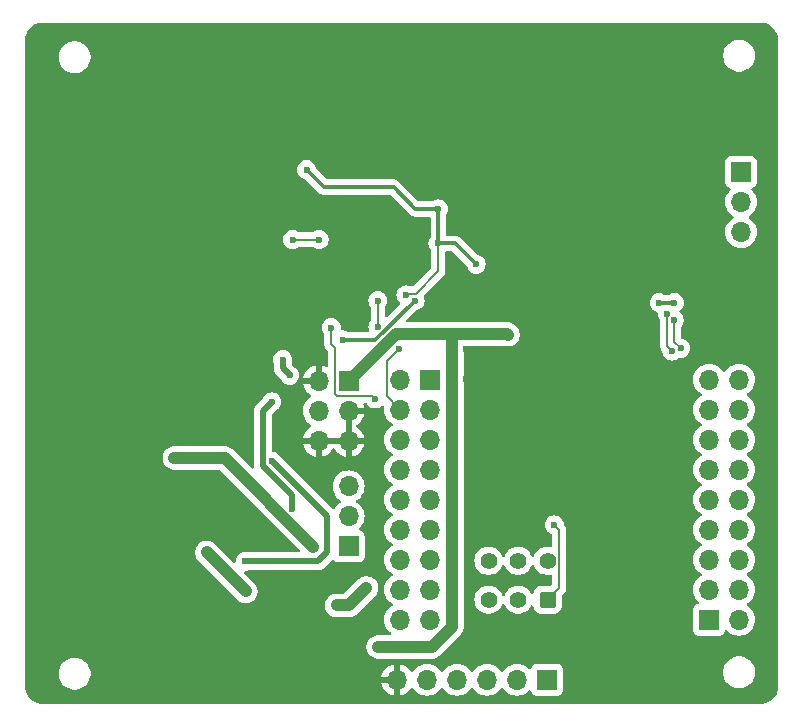
<source format=gbr>
%TF.GenerationSoftware,KiCad,Pcbnew,8.0.7*%
%TF.CreationDate,2025-05-01T01:05:46-07:00*%
%TF.ProjectId,salp_board,73616c70-5f62-46f6-9172-642e6b696361,rev?*%
%TF.SameCoordinates,Original*%
%TF.FileFunction,Copper,L4,Bot*%
%TF.FilePolarity,Positive*%
%FSLAX46Y46*%
G04 Gerber Fmt 4.6, Leading zero omitted, Abs format (unit mm)*
G04 Created by KiCad (PCBNEW 8.0.7) date 2025-05-01 01:05:46*
%MOMM*%
%LPD*%
G01*
G04 APERTURE LIST*
G04 Aperture macros list*
%AMRoundRect*
0 Rectangle with rounded corners*
0 $1 Rounding radius*
0 $2 $3 $4 $5 $6 $7 $8 $9 X,Y pos of 4 corners*
0 Add a 4 corners polygon primitive as box body*
4,1,4,$2,$3,$4,$5,$6,$7,$8,$9,$2,$3,0*
0 Add four circle primitives for the rounded corners*
1,1,$1+$1,$2,$3*
1,1,$1+$1,$4,$5*
1,1,$1+$1,$6,$7*
1,1,$1+$1,$8,$9*
0 Add four rect primitives between the rounded corners*
20,1,$1+$1,$2,$3,$4,$5,0*
20,1,$1+$1,$4,$5,$6,$7,0*
20,1,$1+$1,$6,$7,$8,$9,0*
20,1,$1+$1,$8,$9,$2,$3,0*%
G04 Aperture macros list end*
%TA.AperFunction,ComponentPad*%
%ADD10R,1.700000X1.700000*%
%TD*%
%TA.AperFunction,ComponentPad*%
%ADD11O,1.700000X1.700000*%
%TD*%
%TA.AperFunction,ComponentPad*%
%ADD12RoundRect,0.250000X0.450000X0.450000X-0.450000X0.450000X-0.450000X-0.450000X0.450000X-0.450000X0*%
%TD*%
%TA.AperFunction,ComponentPad*%
%ADD13C,1.400000*%
%TD*%
%TA.AperFunction,ViaPad*%
%ADD14C,1.500000*%
%TD*%
%TA.AperFunction,ViaPad*%
%ADD15C,0.600000*%
%TD*%
%TA.AperFunction,Conductor*%
%ADD16C,0.300000*%
%TD*%
%TA.AperFunction,Conductor*%
%ADD17C,1.000000*%
%TD*%
%TA.AperFunction,Conductor*%
%ADD18C,0.200000*%
%TD*%
%TA.AperFunction,Conductor*%
%ADD19C,0.500000*%
%TD*%
G04 APERTURE END LIST*
D10*
%TO.P,J10,1,Pin_1*%
%TO.N,VCC*%
X161501000Y-86969500D03*
D11*
%TO.P,J10,2,Pin_2*%
%TO.N,GND*%
X158961000Y-86969500D03*
%TO.P,J10,3,Pin_3*%
X161501000Y-89509500D03*
%TO.P,J10,4,Pin_4*%
%TO.N,+3.3V*%
X158961000Y-89509500D03*
%TO.P,J10,5,Pin_5*%
%TO.N,GND*%
X161501000Y-92049500D03*
%TO.P,J10,6,Pin_6*%
X158961000Y-92049500D03*
%TD*%
D10*
%TO.P,J12,1,Pin_1*%
%TO.N,unconnected-(J12-Pin_1-Pad1)*%
X178308000Y-112268000D03*
D11*
%TO.P,J12,2,Pin_2*%
%TO.N,Net-(J12-Pin_2)*%
X175768000Y-112268000D03*
%TO.P,J12,3,Pin_3*%
%TO.N,Net-(J12-Pin_3)*%
X173228000Y-112268000D03*
%TO.P,J12,4,Pin_4*%
%TO.N,/V_USB*%
X170688000Y-112268000D03*
%TO.P,J12,5,Pin_5*%
%TO.N,unconnected-(J12-Pin_5-Pad5)*%
X168148000Y-112268000D03*
%TO.P,J12,6,Pin_6*%
%TO.N,GND*%
X165608000Y-112268000D03*
%TD*%
D12*
%TO.P,SW2,1,A*%
%TO.N,/PB2*%
X178345000Y-105500000D03*
D13*
%TO.P,SW2,2,B*%
%TO.N,Net-(J12-Pin_2)*%
X175845000Y-105500000D03*
%TO.P,SW2,3,C*%
%TO.N,/PA0*%
X173345000Y-105500000D03*
%TO.P,SW2,4,A*%
%TO.N,/PB3*%
X173345000Y-102200000D03*
%TO.P,SW2,5,B*%
%TO.N,Net-(J12-Pin_3)*%
X175845000Y-102200000D03*
%TO.P,SW2,6,C*%
%TO.N,Net-(SW2B-C)*%
X178345000Y-102200000D03*
%TD*%
D10*
%TO.P,J8,1,Pin_1*%
%TO.N,/M_SCL*%
X192024000Y-107188000D03*
D11*
%TO.P,J8,2,Pin_2*%
X194564000Y-107188000D03*
%TO.P,J8,3,Pin_3*%
%TO.N,/PC0*%
X192024000Y-104648000D03*
%TO.P,J8,4,Pin_4*%
X194564000Y-104648000D03*
%TO.P,J8,5,Pin_5*%
%TO.N,/PC1*%
X192024000Y-102108000D03*
%TO.P,J8,6,Pin_6*%
X194564000Y-102108000D03*
%TO.P,J8,7,Pin_7*%
%TO.N,/PC2*%
X192024000Y-99568000D03*
%TO.P,J8,8,Pin_8*%
X194564000Y-99568000D03*
%TO.P,J8,9,Pin_9*%
%TO.N,/PC3*%
X192024000Y-97028000D03*
%TO.P,J8,10,Pin_10*%
X194564000Y-97028000D03*
%TO.P,J8,11,Pin_11*%
%TO.N,/PA0*%
X192024000Y-94488000D03*
%TO.P,J8,12,Pin_12*%
X194564000Y-94488000D03*
%TO.P,J8,13,Pin_13*%
%TO.N,/PA1*%
X192024000Y-91948000D03*
%TO.P,J8,14,Pin_14*%
X194564000Y-91948000D03*
%TO.P,J8,15,Pin_15*%
%TO.N,/PA2*%
X192024000Y-89408000D03*
%TO.P,J8,16,Pin_16*%
X194564000Y-89408000D03*
%TO.P,J8,17,Pin_17*%
%TO.N,/PA3*%
X192024000Y-86868000D03*
%TO.P,J8,18,Pin_18*%
X194564000Y-86868000D03*
%TD*%
D10*
%TO.P,J4,1,Pin_1*%
%TO.N,Net-(J4-Pin_1)*%
X194725000Y-69275000D03*
D11*
%TO.P,J4,2,Pin_2*%
X194725000Y-71815000D03*
%TO.P,J4,3,Pin_3*%
X194725000Y-74355000D03*
%TD*%
D10*
%TO.P,J9,1,Pin_1*%
%TO.N,/VOR*%
X161496000Y-100978500D03*
D11*
%TO.P,J9,2,Pin_2*%
%TO.N,+3.3V*%
X161496000Y-98438500D03*
%TO.P,J9,3,Pin_3*%
%TO.N,/V_REG*%
X161496000Y-95898500D03*
%TD*%
D10*
%TO.P,J1,1,Pin_1*%
%TO.N,/PA4*%
X168402000Y-86868000D03*
D11*
%TO.P,J1,2,Pin_2*%
X165862000Y-86868000D03*
%TO.P,J1,3,Pin_3*%
%TO.N,/PA5*%
X168402000Y-89408000D03*
%TO.P,J1,4,Pin_4*%
X165862000Y-89408000D03*
%TO.P,J1,5,Pin_5*%
%TO.N,/PA6*%
X168402000Y-91948000D03*
%TO.P,J1,6,Pin_6*%
X165862000Y-91948000D03*
%TO.P,J1,7,Pin_7*%
%TO.N,/PA7*%
X168402000Y-94488000D03*
%TO.P,J1,8,Pin_8*%
X165862000Y-94488000D03*
%TO.P,J1,9,Pin_9*%
%TO.N,/PB5*%
X168402000Y-97028000D03*
%TO.P,J1,10,Pin_10*%
X165862000Y-97028000D03*
%TO.P,J1,11,Pin_11*%
%TO.N,/PB4*%
X168402000Y-99568000D03*
%TO.P,J1,12,Pin_12*%
X165862000Y-99568000D03*
%TO.P,J1,13,Pin_13*%
%TO.N,/PB3*%
X168402000Y-102108000D03*
%TO.P,J1,14,Pin_14*%
X165862000Y-102108000D03*
%TO.P,J1,15,Pin_15*%
%TO.N,/PB2*%
X168402000Y-104648000D03*
%TO.P,J1,16,Pin_16*%
X165862000Y-104648000D03*
%TO.P,J1,17,Pin_17*%
%TO.N,/M_SDA*%
X168402000Y-107188000D03*
%TO.P,J1,18,Pin_18*%
X165862000Y-107188000D03*
%TD*%
D14*
%TO.N,GND*%
X150000000Y-61000000D03*
D15*
X157750000Y-66500000D03*
X190500000Y-59690000D03*
X172750000Y-79750000D03*
X179500000Y-68750000D03*
X196850000Y-83130000D03*
X149750000Y-113000000D03*
X171428500Y-86850000D03*
X156750000Y-66500000D03*
X152654000Y-97790000D03*
X171428500Y-84310000D03*
X189000000Y-86000000D03*
X147250000Y-104000000D03*
X138750000Y-105000000D03*
X169000000Y-67000000D03*
X166624000Y-65024000D03*
X138775750Y-101275750D03*
X152500000Y-91250000D03*
%TO.N,+BAT*%
X167132000Y-80172000D03*
X161000000Y-83500000D03*
X158500000Y-101000000D03*
X146750000Y-93500000D03*
%TO.N,VCC*%
X164000000Y-109500000D03*
X175000000Y-83058000D03*
%TO.N,+3.3V*%
X156500000Y-86500000D03*
X172300000Y-77100000D03*
X169087806Y-72412193D03*
X166343906Y-79698145D03*
X157937500Y-69088000D03*
X169065380Y-75334000D03*
X155915380Y-85165380D03*
%TO.N,/V_REG*%
X163000000Y-104500000D03*
X160500000Y-105979000D03*
%TO.N,Net-(D2-K)*%
X155000000Y-88750000D03*
X156707107Y-97792893D03*
%TO.N,Net-(D3-K)*%
X152750000Y-102250000D03*
X154996000Y-93754000D03*
%TO.N,/PA5*%
X165750000Y-84250000D03*
X163970180Y-82379000D03*
X163970180Y-80172000D03*
%TO.N,/PA7*%
X159000000Y-75000000D03*
X163750000Y-88500000D03*
X156750000Y-75000000D03*
X160039892Y-82460108D03*
%TO.N,/PB2*%
X178915380Y-99165380D03*
%TO.N,/PC3*%
X188864675Y-84444771D03*
X188468000Y-81280000D03*
%TO.N,/PC2*%
X189630197Y-84212436D03*
X189068000Y-81845687D03*
X187800000Y-80356265D03*
X189092265Y-80356265D03*
%TO.N,/V_USB*%
X152787763Y-104787763D03*
X149500000Y-101500000D03*
%TD*%
D16*
%TO.N,+BAT*%
X163768418Y-83500000D02*
X161000000Y-83500000D01*
X167096418Y-80172000D02*
X163768418Y-83500000D01*
D17*
X151000000Y-93500000D02*
X146750000Y-93500000D01*
D16*
X167132000Y-80172000D02*
X167096418Y-80172000D01*
D17*
X158500000Y-101000000D02*
X151000000Y-93500000D01*
%TO.N,VCC*%
X174942000Y-83000000D02*
X170250000Y-83000000D01*
X170250000Y-83000000D02*
X165470500Y-83000000D01*
X175000000Y-83058000D02*
X174942000Y-83000000D01*
X165470500Y-83000000D02*
X161501000Y-86969500D01*
X168524899Y-109500000D02*
X170250000Y-107774899D01*
X164000000Y-109500000D02*
X168524899Y-109500000D01*
X170250000Y-107774899D02*
X170250000Y-83000000D01*
D16*
%TO.N,+3.3V*%
X157937500Y-69088000D02*
X159408500Y-70559000D01*
X165309000Y-70559000D02*
X167162193Y-72412193D01*
D18*
X166470051Y-79572000D02*
X167178000Y-79572000D01*
D16*
X170534000Y-75334000D02*
X172300000Y-77100000D01*
D19*
X155915380Y-85165380D02*
X155915380Y-85915380D01*
X155915380Y-85915380D02*
X156500000Y-86500000D01*
D16*
X169087806Y-75311574D02*
X169087806Y-72412193D01*
D18*
X169065380Y-77684620D02*
X169065380Y-75334000D01*
X166343906Y-79698145D02*
X166470051Y-79572000D01*
D16*
X169065380Y-75334000D02*
X170534000Y-75334000D01*
X169065380Y-75334000D02*
X169087806Y-75311574D01*
X159408500Y-70559000D02*
X165309000Y-70559000D01*
X167162193Y-72412193D02*
X169087806Y-72412193D01*
D18*
X167178000Y-79572000D02*
X169065380Y-77684620D01*
D17*
%TO.N,/V_REG*%
X161521000Y-105979000D02*
X163000000Y-104500000D01*
X160500000Y-105979000D02*
X161521000Y-105979000D01*
D19*
%TO.N,Net-(D2-K)*%
X154246000Y-94185339D02*
X156707107Y-96646446D01*
X154246000Y-89504000D02*
X154246000Y-94185339D01*
X155000000Y-88750000D02*
X154246000Y-89504000D01*
X156707107Y-96646446D02*
X156707107Y-97792893D01*
%TO.N,Net-(D3-K)*%
X158947056Y-102250000D02*
X152750000Y-102250000D01*
X159700000Y-98450000D02*
X159700000Y-101497056D01*
X159700000Y-101497056D02*
X158947056Y-102250000D01*
X154996000Y-93754000D02*
X155004000Y-93754000D01*
X155004000Y-93754000D02*
X159700000Y-98450000D01*
D18*
%TO.N,/PA5*%
X163970180Y-80172000D02*
X163970180Y-82379000D01*
X165750000Y-84250000D02*
X164712000Y-85288000D01*
X164712000Y-88258000D02*
X165862000Y-89408000D01*
X164712000Y-85288000D02*
X164712000Y-88258000D01*
%TO.N,/PA7*%
X163500000Y-88250000D02*
X163750000Y-88500000D01*
X160351000Y-84190130D02*
X160351000Y-88101000D01*
X159000000Y-75000000D02*
X156750000Y-75000000D01*
X160500000Y-88250000D02*
X163500000Y-88250000D01*
X160039892Y-82460108D02*
X160039892Y-83879022D01*
X160039892Y-83879022D02*
X160351000Y-84190130D01*
X160351000Y-88101000D02*
X160500000Y-88250000D01*
%TO.N,/PB2*%
X179345000Y-104500000D02*
X178345000Y-105500000D01*
X178915380Y-99165380D02*
X179345000Y-99595000D01*
X179345000Y-99595000D02*
X179345000Y-104500000D01*
%TO.N,/PC3*%
X188468000Y-84048096D02*
X188468000Y-81280000D01*
X188864675Y-84444771D02*
X188468000Y-84048096D01*
D16*
%TO.N,/PC2*%
X187800000Y-80356265D02*
X189092265Y-80356265D01*
D18*
X189630197Y-84212436D02*
X189068000Y-83650239D01*
X189068000Y-83650239D02*
X189068000Y-81845687D01*
D17*
%TO.N,/V_USB*%
X152787763Y-104787763D02*
X149500000Y-101500000D01*
%TD*%
%TA.AperFunction,Conductor*%
%TO.N,GND*%
G36*
X161035075Y-91856507D02*
G01*
X161001000Y-91983674D01*
X161001000Y-92115326D01*
X161035075Y-92242493D01*
X161067988Y-92299500D01*
X159394012Y-92299500D01*
X159426925Y-92242493D01*
X159461000Y-92115326D01*
X159461000Y-91983674D01*
X159426925Y-91856507D01*
X159394012Y-91799500D01*
X161067988Y-91799500D01*
X161035075Y-91856507D01*
G37*
%TD.AperFunction*%
%TA.AperFunction,Conductor*%
G36*
X161751000Y-91616488D02*
G01*
X161693993Y-91583575D01*
X161566826Y-91549500D01*
X161435174Y-91549500D01*
X161308007Y-91583575D01*
X161251000Y-91616488D01*
X161251000Y-89942512D01*
X161308007Y-89975425D01*
X161435174Y-90009500D01*
X161566826Y-90009500D01*
X161693993Y-89975425D01*
X161751000Y-89942512D01*
X161751000Y-91616488D01*
G37*
%TD.AperFunction*%
%TA.AperFunction,Conductor*%
G36*
X196378418Y-56634816D02*
G01*
X196578561Y-56649130D01*
X196596063Y-56651647D01*
X196787797Y-56693355D01*
X196804755Y-56698334D01*
X196988609Y-56766909D01*
X197004701Y-56774259D01*
X197176904Y-56868288D01*
X197191784Y-56877849D01*
X197348867Y-56995441D01*
X197362237Y-57007027D01*
X197500972Y-57145762D01*
X197512558Y-57159132D01*
X197630146Y-57316210D01*
X197639711Y-57331095D01*
X197733740Y-57503298D01*
X197741090Y-57519390D01*
X197809662Y-57703236D01*
X197814646Y-57720212D01*
X197856351Y-57911931D01*
X197858869Y-57929442D01*
X197862682Y-57982748D01*
X197872409Y-58118753D01*
X197873184Y-58129580D01*
X197873500Y-58138427D01*
X197873500Y-112803572D01*
X197873184Y-112812419D01*
X197858869Y-113012557D01*
X197856351Y-113030068D01*
X197814646Y-113221787D01*
X197809662Y-113238763D01*
X197741090Y-113422609D01*
X197733740Y-113438701D01*
X197639711Y-113610904D01*
X197630146Y-113625789D01*
X197512558Y-113782867D01*
X197500972Y-113796237D01*
X197362237Y-113934972D01*
X197348867Y-113946558D01*
X197191789Y-114064146D01*
X197176904Y-114073711D01*
X197004701Y-114167740D01*
X196988609Y-114175090D01*
X196804763Y-114243662D01*
X196787787Y-114248646D01*
X196596068Y-114290351D01*
X196578557Y-114292869D01*
X196397779Y-114305799D01*
X196378417Y-114307184D01*
X196369572Y-114307500D01*
X135608428Y-114307500D01*
X135599582Y-114307184D01*
X135577622Y-114305613D01*
X135399442Y-114292869D01*
X135381931Y-114290351D01*
X135190212Y-114248646D01*
X135173236Y-114243662D01*
X134989390Y-114175090D01*
X134973298Y-114167740D01*
X134801095Y-114073711D01*
X134786210Y-114064146D01*
X134629132Y-113946558D01*
X134615762Y-113934972D01*
X134477027Y-113796237D01*
X134465441Y-113782867D01*
X134347849Y-113625784D01*
X134338288Y-113610904D01*
X134244259Y-113438701D01*
X134236909Y-113422609D01*
X134213679Y-113360328D01*
X134168334Y-113238755D01*
X134163355Y-113221797D01*
X134121647Y-113030063D01*
X134119130Y-113012556D01*
X134119058Y-113011555D01*
X134104816Y-112812418D01*
X134104500Y-112803572D01*
X134104500Y-111653713D01*
X136952500Y-111653713D01*
X136952500Y-111866286D01*
X136985753Y-112076239D01*
X137051444Y-112278414D01*
X137147951Y-112467820D01*
X137272890Y-112639786D01*
X137423213Y-112790109D01*
X137595179Y-112915048D01*
X137595181Y-112915049D01*
X137595184Y-112915051D01*
X137784588Y-113011557D01*
X137986757Y-113077246D01*
X138196713Y-113110500D01*
X138196714Y-113110500D01*
X138409286Y-113110500D01*
X138409287Y-113110500D01*
X138619243Y-113077246D01*
X138821412Y-113011557D01*
X139010816Y-112915051D01*
X139052788Y-112884557D01*
X139182786Y-112790109D01*
X139182788Y-112790106D01*
X139182792Y-112790104D01*
X139333104Y-112639792D01*
X139333106Y-112639788D01*
X139333109Y-112639786D01*
X139458048Y-112467820D01*
X139458047Y-112467820D01*
X139458051Y-112467816D01*
X139554557Y-112278412D01*
X139620246Y-112076243D01*
X139629471Y-112017999D01*
X164277364Y-112017999D01*
X164277364Y-112018000D01*
X165174988Y-112018000D01*
X165142075Y-112075007D01*
X165108000Y-112202174D01*
X165108000Y-112333826D01*
X165142075Y-112460993D01*
X165174988Y-112518000D01*
X164277364Y-112518000D01*
X164334567Y-112731486D01*
X164334570Y-112731492D01*
X164434399Y-112945578D01*
X164569894Y-113139082D01*
X164736917Y-113306105D01*
X164930421Y-113441600D01*
X165144507Y-113541429D01*
X165144516Y-113541433D01*
X165358000Y-113598634D01*
X165358000Y-112701012D01*
X165415007Y-112733925D01*
X165542174Y-112768000D01*
X165673826Y-112768000D01*
X165800993Y-112733925D01*
X165858000Y-112701012D01*
X165858000Y-113598633D01*
X166071483Y-113541433D01*
X166071492Y-113541429D01*
X166285578Y-113441600D01*
X166479082Y-113306105D01*
X166646105Y-113139082D01*
X166776119Y-112953405D01*
X166830696Y-112909781D01*
X166900195Y-112902588D01*
X166962549Y-112934110D01*
X166979269Y-112953405D01*
X167109505Y-113139401D01*
X167276599Y-113306495D01*
X167373384Y-113374265D01*
X167470165Y-113442032D01*
X167470167Y-113442033D01*
X167470170Y-113442035D01*
X167684337Y-113541903D01*
X167912592Y-113603063D01*
X168089034Y-113618500D01*
X168147999Y-113623659D01*
X168148000Y-113623659D01*
X168148001Y-113623659D01*
X168206966Y-113618500D01*
X168383408Y-113603063D01*
X168611663Y-113541903D01*
X168825830Y-113442035D01*
X169019401Y-113306495D01*
X169186495Y-113139401D01*
X169316425Y-112953842D01*
X169371002Y-112910217D01*
X169440500Y-112903023D01*
X169502855Y-112934546D01*
X169519575Y-112953842D01*
X169649281Y-113139082D01*
X169649505Y-113139401D01*
X169816599Y-113306495D01*
X169913384Y-113374265D01*
X170010165Y-113442032D01*
X170010167Y-113442033D01*
X170010170Y-113442035D01*
X170224337Y-113541903D01*
X170452592Y-113603063D01*
X170629034Y-113618500D01*
X170687999Y-113623659D01*
X170688000Y-113623659D01*
X170688001Y-113623659D01*
X170746966Y-113618500D01*
X170923408Y-113603063D01*
X171151663Y-113541903D01*
X171365830Y-113442035D01*
X171559401Y-113306495D01*
X171726495Y-113139401D01*
X171856425Y-112953842D01*
X171911002Y-112910217D01*
X171980500Y-112903023D01*
X172042855Y-112934546D01*
X172059575Y-112953842D01*
X172189281Y-113139082D01*
X172189505Y-113139401D01*
X172356599Y-113306495D01*
X172453384Y-113374265D01*
X172550165Y-113442032D01*
X172550167Y-113442033D01*
X172550170Y-113442035D01*
X172764337Y-113541903D01*
X172992592Y-113603063D01*
X173169034Y-113618500D01*
X173227999Y-113623659D01*
X173228000Y-113623659D01*
X173228001Y-113623659D01*
X173286966Y-113618500D01*
X173463408Y-113603063D01*
X173691663Y-113541903D01*
X173905830Y-113442035D01*
X174099401Y-113306495D01*
X174266495Y-113139401D01*
X174396425Y-112953842D01*
X174451002Y-112910217D01*
X174520500Y-112903023D01*
X174582855Y-112934546D01*
X174599575Y-112953842D01*
X174729281Y-113139082D01*
X174729505Y-113139401D01*
X174896599Y-113306495D01*
X174993384Y-113374265D01*
X175090165Y-113442032D01*
X175090167Y-113442033D01*
X175090170Y-113442035D01*
X175304337Y-113541903D01*
X175532592Y-113603063D01*
X175709034Y-113618500D01*
X175767999Y-113623659D01*
X175768000Y-113623659D01*
X175768001Y-113623659D01*
X175826966Y-113618500D01*
X176003408Y-113603063D01*
X176231663Y-113541903D01*
X176445830Y-113442035D01*
X176639401Y-113306495D01*
X176761329Y-113184566D01*
X176822648Y-113151084D01*
X176892340Y-113156068D01*
X176948274Y-113197939D01*
X176965189Y-113228917D01*
X177014202Y-113360328D01*
X177014206Y-113360335D01*
X177100452Y-113475544D01*
X177100455Y-113475547D01*
X177215664Y-113561793D01*
X177215671Y-113561797D01*
X177350517Y-113612091D01*
X177350516Y-113612091D01*
X177357444Y-113612835D01*
X177410127Y-113618500D01*
X179205872Y-113618499D01*
X179265483Y-113612091D01*
X179400331Y-113561796D01*
X179515546Y-113475546D01*
X179601796Y-113360331D01*
X179652091Y-113225483D01*
X179658500Y-113165873D01*
X179658499Y-111526713D01*
X193213500Y-111526713D01*
X193213500Y-111739286D01*
X193233870Y-111867901D01*
X193246754Y-111949243D01*
X193287617Y-112075007D01*
X193312444Y-112151414D01*
X193408951Y-112340820D01*
X193533890Y-112512786D01*
X193684213Y-112663109D01*
X193856179Y-112788048D01*
X193856181Y-112788049D01*
X193856184Y-112788051D01*
X194045588Y-112884557D01*
X194247757Y-112950246D01*
X194457713Y-112983500D01*
X194457714Y-112983500D01*
X194670286Y-112983500D01*
X194670287Y-112983500D01*
X194880243Y-112950246D01*
X195082412Y-112884557D01*
X195271816Y-112788051D01*
X195349428Y-112731663D01*
X195443786Y-112663109D01*
X195443788Y-112663106D01*
X195443792Y-112663104D01*
X195594104Y-112512792D01*
X195594106Y-112512788D01*
X195594109Y-112512786D01*
X195719048Y-112340820D01*
X195719047Y-112340820D01*
X195719051Y-112340816D01*
X195815557Y-112151412D01*
X195881246Y-111949243D01*
X195914500Y-111739287D01*
X195914500Y-111526713D01*
X195881246Y-111316757D01*
X195815557Y-111114588D01*
X195719051Y-110925184D01*
X195719049Y-110925181D01*
X195719048Y-110925179D01*
X195594109Y-110753213D01*
X195443786Y-110602890D01*
X195271820Y-110477951D01*
X195082414Y-110381444D01*
X195082413Y-110381443D01*
X195082412Y-110381443D01*
X194880243Y-110315754D01*
X194880241Y-110315753D01*
X194880240Y-110315753D01*
X194718957Y-110290208D01*
X194670287Y-110282500D01*
X194457713Y-110282500D01*
X194409042Y-110290208D01*
X194247760Y-110315753D01*
X194045585Y-110381444D01*
X193856179Y-110477951D01*
X193684213Y-110602890D01*
X193533890Y-110753213D01*
X193408951Y-110925179D01*
X193312444Y-111114585D01*
X193246753Y-111316760D01*
X193213500Y-111526713D01*
X179658499Y-111526713D01*
X179658499Y-111370128D01*
X179652091Y-111310517D01*
X179650810Y-111307083D01*
X179601797Y-111175671D01*
X179601793Y-111175664D01*
X179515547Y-111060455D01*
X179515544Y-111060452D01*
X179400335Y-110974206D01*
X179400328Y-110974202D01*
X179265482Y-110923908D01*
X179265483Y-110923908D01*
X179205883Y-110917501D01*
X179205881Y-110917500D01*
X179205873Y-110917500D01*
X179205864Y-110917500D01*
X177410129Y-110917500D01*
X177410123Y-110917501D01*
X177350516Y-110923908D01*
X177215671Y-110974202D01*
X177215664Y-110974206D01*
X177100455Y-111060452D01*
X177100452Y-111060455D01*
X177014206Y-111175664D01*
X177014203Y-111175669D01*
X176965189Y-111307083D01*
X176923317Y-111363016D01*
X176857853Y-111387433D01*
X176789580Y-111372581D01*
X176761326Y-111351430D01*
X176639402Y-111229506D01*
X176639395Y-111229501D01*
X176445834Y-111093967D01*
X176445830Y-111093965D01*
X176445828Y-111093964D01*
X176231663Y-110994097D01*
X176231659Y-110994096D01*
X176231655Y-110994094D01*
X176003413Y-110932938D01*
X176003403Y-110932936D01*
X175768001Y-110912341D01*
X175767999Y-110912341D01*
X175532596Y-110932936D01*
X175532586Y-110932938D01*
X175304344Y-110994094D01*
X175304335Y-110994098D01*
X175090171Y-111093964D01*
X175090169Y-111093965D01*
X174896597Y-111229505D01*
X174729505Y-111396597D01*
X174599575Y-111582158D01*
X174544998Y-111625783D01*
X174475500Y-111632977D01*
X174413145Y-111601454D01*
X174396425Y-111582158D01*
X174266494Y-111396597D01*
X174099402Y-111229506D01*
X174099395Y-111229501D01*
X173905834Y-111093967D01*
X173905830Y-111093965D01*
X173905828Y-111093964D01*
X173691663Y-110994097D01*
X173691659Y-110994096D01*
X173691655Y-110994094D01*
X173463413Y-110932938D01*
X173463403Y-110932936D01*
X173228001Y-110912341D01*
X173227999Y-110912341D01*
X172992596Y-110932936D01*
X172992586Y-110932938D01*
X172764344Y-110994094D01*
X172764335Y-110994098D01*
X172550171Y-111093964D01*
X172550169Y-111093965D01*
X172356597Y-111229505D01*
X172189505Y-111396597D01*
X172059575Y-111582158D01*
X172004998Y-111625783D01*
X171935500Y-111632977D01*
X171873145Y-111601454D01*
X171856425Y-111582158D01*
X171726494Y-111396597D01*
X171559402Y-111229506D01*
X171559395Y-111229501D01*
X171365834Y-111093967D01*
X171365830Y-111093965D01*
X171365828Y-111093964D01*
X171151663Y-110994097D01*
X171151659Y-110994096D01*
X171151655Y-110994094D01*
X170923413Y-110932938D01*
X170923403Y-110932936D01*
X170688001Y-110912341D01*
X170687999Y-110912341D01*
X170452596Y-110932936D01*
X170452586Y-110932938D01*
X170224344Y-110994094D01*
X170224335Y-110994098D01*
X170010171Y-111093964D01*
X170010169Y-111093965D01*
X169816597Y-111229505D01*
X169649505Y-111396597D01*
X169519575Y-111582158D01*
X169464998Y-111625783D01*
X169395500Y-111632977D01*
X169333145Y-111601454D01*
X169316425Y-111582158D01*
X169186494Y-111396597D01*
X169019402Y-111229506D01*
X169019395Y-111229501D01*
X168825834Y-111093967D01*
X168825830Y-111093965D01*
X168825828Y-111093964D01*
X168611663Y-110994097D01*
X168611659Y-110994096D01*
X168611655Y-110994094D01*
X168383413Y-110932938D01*
X168383403Y-110932936D01*
X168148001Y-110912341D01*
X168147999Y-110912341D01*
X167912596Y-110932936D01*
X167912586Y-110932938D01*
X167684344Y-110994094D01*
X167684335Y-110994098D01*
X167470171Y-111093964D01*
X167470169Y-111093965D01*
X167276597Y-111229505D01*
X167109508Y-111396594D01*
X166979269Y-111582595D01*
X166924692Y-111626219D01*
X166855193Y-111633412D01*
X166792839Y-111601890D01*
X166776119Y-111582594D01*
X166646113Y-111396926D01*
X166646108Y-111396920D01*
X166479082Y-111229894D01*
X166285578Y-111094399D01*
X166071492Y-110994570D01*
X166071486Y-110994567D01*
X165858000Y-110937364D01*
X165858000Y-111834988D01*
X165800993Y-111802075D01*
X165673826Y-111768000D01*
X165542174Y-111768000D01*
X165415007Y-111802075D01*
X165358000Y-111834988D01*
X165358000Y-110937364D01*
X165357999Y-110937364D01*
X165144513Y-110994567D01*
X165144507Y-110994570D01*
X164930422Y-111094399D01*
X164930420Y-111094400D01*
X164736926Y-111229886D01*
X164736920Y-111229891D01*
X164569891Y-111396920D01*
X164569886Y-111396926D01*
X164434400Y-111590420D01*
X164434399Y-111590422D01*
X164334570Y-111804507D01*
X164334567Y-111804513D01*
X164277364Y-112017999D01*
X139629471Y-112017999D01*
X139653500Y-111866287D01*
X139653500Y-111653713D01*
X139620246Y-111443757D01*
X139554557Y-111241588D01*
X139458051Y-111052184D01*
X139458049Y-111052181D01*
X139458048Y-111052179D01*
X139333109Y-110880213D01*
X139182786Y-110729890D01*
X139010820Y-110604951D01*
X138821414Y-110508444D01*
X138821413Y-110508443D01*
X138821412Y-110508443D01*
X138619243Y-110442754D01*
X138619241Y-110442753D01*
X138619240Y-110442753D01*
X138457957Y-110417208D01*
X138409287Y-110409500D01*
X138196713Y-110409500D01*
X138148042Y-110417208D01*
X137986760Y-110442753D01*
X137784585Y-110508444D01*
X137595179Y-110604951D01*
X137423213Y-110729890D01*
X137272890Y-110880213D01*
X137147951Y-111052179D01*
X137051444Y-111241585D01*
X136985753Y-111443760D01*
X136952500Y-111653713D01*
X134104500Y-111653713D01*
X134104500Y-106077543D01*
X159499499Y-106077543D01*
X159537947Y-106270829D01*
X159537950Y-106270839D01*
X159613364Y-106452907D01*
X159613371Y-106452920D01*
X159722860Y-106616781D01*
X159722863Y-106616785D01*
X159862214Y-106756136D01*
X159862218Y-106756139D01*
X160026079Y-106865628D01*
X160026092Y-106865635D01*
X160208160Y-106941049D01*
X160208165Y-106941051D01*
X160208169Y-106941051D01*
X160208170Y-106941052D01*
X160401456Y-106979500D01*
X160401459Y-106979500D01*
X161619542Y-106979500D01*
X161638870Y-106975655D01*
X161716188Y-106960275D01*
X161812836Y-106941051D01*
X161866165Y-106918961D01*
X161994914Y-106865632D01*
X162158782Y-106756139D01*
X162298139Y-106616782D01*
X162298140Y-106616779D01*
X162305206Y-106609714D01*
X162305208Y-106609710D01*
X163777139Y-105137781D01*
X163886631Y-104973914D01*
X163962051Y-104791836D01*
X164000500Y-104598540D01*
X164000500Y-104401460D01*
X164000500Y-104401457D01*
X164000499Y-104401455D01*
X163988351Y-104340382D01*
X163962051Y-104208164D01*
X163886631Y-104026086D01*
X163886629Y-104026083D01*
X163886627Y-104026079D01*
X163777139Y-103862219D01*
X163777136Y-103862215D01*
X163637784Y-103722863D01*
X163637780Y-103722860D01*
X163473920Y-103613372D01*
X163473910Y-103613367D01*
X163291836Y-103537949D01*
X163291828Y-103537947D01*
X163098543Y-103499500D01*
X163098540Y-103499500D01*
X162901460Y-103499500D01*
X162901457Y-103499500D01*
X162708171Y-103537947D01*
X162708163Y-103537949D01*
X162526089Y-103613367D01*
X162526079Y-103613372D01*
X162362219Y-103722860D01*
X162362215Y-103722863D01*
X161142899Y-104942181D01*
X161081576Y-104975666D01*
X161055218Y-104978500D01*
X160401457Y-104978500D01*
X160208170Y-105016947D01*
X160208160Y-105016950D01*
X160026092Y-105092364D01*
X160026079Y-105092371D01*
X159862218Y-105201860D01*
X159862214Y-105201863D01*
X159722863Y-105341214D01*
X159722860Y-105341218D01*
X159613371Y-105505079D01*
X159613364Y-105505092D01*
X159537950Y-105687160D01*
X159537947Y-105687170D01*
X159499500Y-105880456D01*
X159499500Y-105880459D01*
X159499500Y-106077541D01*
X159499500Y-106077543D01*
X159499499Y-106077543D01*
X134104500Y-106077543D01*
X134104500Y-93598543D01*
X145749499Y-93598543D01*
X145787947Y-93791829D01*
X145787950Y-93791839D01*
X145863364Y-93973907D01*
X145863371Y-93973920D01*
X145972860Y-94137781D01*
X145972863Y-94137785D01*
X146112214Y-94277136D01*
X146112218Y-94277139D01*
X146276079Y-94386628D01*
X146276092Y-94386635D01*
X146458160Y-94462049D01*
X146458165Y-94462051D01*
X146458169Y-94462051D01*
X146458170Y-94462052D01*
X146651456Y-94500500D01*
X146651459Y-94500500D01*
X150534218Y-94500500D01*
X150601257Y-94520185D01*
X150621899Y-94536819D01*
X157372898Y-101287819D01*
X157406383Y-101349142D01*
X157401399Y-101418834D01*
X157359527Y-101474767D01*
X157294063Y-101499184D01*
X157285217Y-101499500D01*
X153049972Y-101499500D01*
X153009017Y-101492542D01*
X152929254Y-101464631D01*
X152929249Y-101464630D01*
X152750004Y-101444435D01*
X152749996Y-101444435D01*
X152570750Y-101464630D01*
X152570745Y-101464631D01*
X152400476Y-101524211D01*
X152247737Y-101620184D01*
X152120184Y-101747737D01*
X152024211Y-101900476D01*
X151964631Y-102070745D01*
X151964630Y-102070749D01*
X151944959Y-102245341D01*
X151917892Y-102309755D01*
X151860297Y-102349310D01*
X151790461Y-102351447D01*
X151734058Y-102319138D01*
X150137784Y-100722863D01*
X150137780Y-100722860D01*
X149973920Y-100613372D01*
X149973910Y-100613367D01*
X149791836Y-100537949D01*
X149791828Y-100537947D01*
X149598543Y-100499500D01*
X149598540Y-100499500D01*
X149401460Y-100499500D01*
X149401457Y-100499500D01*
X149208171Y-100537947D01*
X149208163Y-100537949D01*
X149026089Y-100613367D01*
X149026079Y-100613372D01*
X148862219Y-100722860D01*
X148862215Y-100722863D01*
X148722863Y-100862215D01*
X148722860Y-100862219D01*
X148613372Y-101026079D01*
X148613367Y-101026089D01*
X148537949Y-101208163D01*
X148537947Y-101208171D01*
X148499500Y-101401455D01*
X148499500Y-101598544D01*
X148537947Y-101791828D01*
X148537949Y-101791836D01*
X148613367Y-101973910D01*
X148613372Y-101973920D01*
X148722860Y-102137780D01*
X148722863Y-102137784D01*
X152149978Y-105564899D01*
X152149982Y-105564902D01*
X152313842Y-105674390D01*
X152313846Y-105674392D01*
X152313849Y-105674394D01*
X152495927Y-105749814D01*
X152689218Y-105788262D01*
X152689221Y-105788263D01*
X152689223Y-105788263D01*
X152886305Y-105788263D01*
X152886306Y-105788262D01*
X153079599Y-105749814D01*
X153261677Y-105674394D01*
X153425544Y-105564902D01*
X153564902Y-105425544D01*
X153674394Y-105261677D01*
X153749814Y-105079599D01*
X153788263Y-104886303D01*
X153788263Y-104689223D01*
X153788263Y-104689220D01*
X153788262Y-104689218D01*
X153770225Y-104598540D01*
X153749814Y-104495927D01*
X153674394Y-104313849D01*
X153674392Y-104313846D01*
X153674390Y-104313842D01*
X153564902Y-104149982D01*
X153564899Y-104149978D01*
X152680861Y-103265941D01*
X152647376Y-103204618D01*
X152652360Y-103134927D01*
X152694232Y-103078993D01*
X152754658Y-103055040D01*
X152782573Y-103051894D01*
X152929249Y-103035369D01*
X152929252Y-103035368D01*
X152929255Y-103035368D01*
X153009017Y-103007457D01*
X153049972Y-103000500D01*
X159020976Y-103000500D01*
X159127073Y-102979395D01*
X159165969Y-102971658D01*
X159302551Y-102915084D01*
X159355333Y-102879816D01*
X159425472Y-102832952D01*
X160094762Y-102163659D01*
X160156082Y-102130177D01*
X160225773Y-102135161D01*
X160281704Y-102177030D01*
X160281707Y-102177033D01*
X160288454Y-102186046D01*
X160288455Y-102186047D01*
X160403664Y-102272293D01*
X160403671Y-102272297D01*
X160538517Y-102322591D01*
X160538516Y-102322591D01*
X160545444Y-102323335D01*
X160598127Y-102329000D01*
X162393872Y-102328999D01*
X162453483Y-102322591D01*
X162588331Y-102272296D01*
X162703546Y-102186046D01*
X162789796Y-102070831D01*
X162840091Y-101935983D01*
X162846500Y-101876373D01*
X162846499Y-100080628D01*
X162840091Y-100021017D01*
X162813882Y-99950748D01*
X162789797Y-99886171D01*
X162789793Y-99886164D01*
X162703547Y-99770955D01*
X162703544Y-99770952D01*
X162588335Y-99684706D01*
X162588328Y-99684702D01*
X162456917Y-99635689D01*
X162400983Y-99593818D01*
X162376566Y-99528353D01*
X162391418Y-99460080D01*
X162412563Y-99431832D01*
X162534495Y-99309901D01*
X162670035Y-99116330D01*
X162769903Y-98902163D01*
X162831063Y-98673908D01*
X162851659Y-98438500D01*
X162831063Y-98203092D01*
X162769903Y-97974837D01*
X162670035Y-97760671D01*
X162637246Y-97713842D01*
X162534494Y-97567097D01*
X162367402Y-97400006D01*
X162367396Y-97400001D01*
X162181842Y-97270075D01*
X162138217Y-97215498D01*
X162131023Y-97146000D01*
X162162546Y-97083645D01*
X162181842Y-97066925D01*
X162217887Y-97041686D01*
X162367401Y-96936995D01*
X162534495Y-96769901D01*
X162670035Y-96576330D01*
X162769903Y-96362163D01*
X162831063Y-96133908D01*
X162851659Y-95898500D01*
X162831063Y-95663092D01*
X162769903Y-95434837D01*
X162670035Y-95220671D01*
X162637246Y-95173842D01*
X162534494Y-95027097D01*
X162367402Y-94860006D01*
X162367395Y-94860001D01*
X162173834Y-94724467D01*
X162173830Y-94724465D01*
X162043637Y-94663755D01*
X161959663Y-94624597D01*
X161959659Y-94624596D01*
X161959655Y-94624594D01*
X161731413Y-94563438D01*
X161731403Y-94563436D01*
X161496001Y-94542841D01*
X161495999Y-94542841D01*
X161260596Y-94563436D01*
X161260586Y-94563438D01*
X161032344Y-94624594D01*
X161032335Y-94624598D01*
X160818171Y-94724464D01*
X160818169Y-94724465D01*
X160624597Y-94860005D01*
X160457505Y-95027097D01*
X160321965Y-95220669D01*
X160321964Y-95220671D01*
X160222098Y-95434835D01*
X160222094Y-95434844D01*
X160160938Y-95663086D01*
X160160936Y-95663096D01*
X160140341Y-95898499D01*
X160140341Y-95898500D01*
X160160936Y-96133903D01*
X160160938Y-96133913D01*
X160222094Y-96362155D01*
X160222096Y-96362159D01*
X160222097Y-96362163D01*
X160236466Y-96392977D01*
X160321965Y-96576330D01*
X160321967Y-96576334D01*
X160457501Y-96769895D01*
X160457506Y-96769902D01*
X160624597Y-96936993D01*
X160624603Y-96936998D01*
X160810158Y-97066925D01*
X160853783Y-97121502D01*
X160860977Y-97191000D01*
X160829454Y-97253355D01*
X160810158Y-97270075D01*
X160624597Y-97400005D01*
X160457505Y-97567097D01*
X160321965Y-97760669D01*
X160321963Y-97760673D01*
X160317321Y-97770627D01*
X160271144Y-97823062D01*
X160203949Y-97842209D01*
X160137070Y-97821988D01*
X160117262Y-97805894D01*
X155741717Y-93430349D01*
X155724404Y-93408640D01*
X155719890Y-93401456D01*
X155625816Y-93251738D01*
X155498262Y-93124184D01*
X155440047Y-93087605D01*
X155345521Y-93028210D01*
X155175249Y-92968630D01*
X155106616Y-92960897D01*
X155042202Y-92933830D01*
X155002647Y-92876235D01*
X154996500Y-92837677D01*
X154996500Y-89866229D01*
X155016185Y-89799190D01*
X155032815Y-89778552D01*
X155308061Y-89503305D01*
X155344134Y-89480655D01*
X155343246Y-89478811D01*
X155349518Y-89475790D01*
X155349522Y-89475789D01*
X155502262Y-89379816D01*
X155629816Y-89252262D01*
X155725789Y-89099522D01*
X155785368Y-88929255D01*
X155785369Y-88929249D01*
X155805565Y-88750003D01*
X155805565Y-88749996D01*
X155785369Y-88570750D01*
X155785368Y-88570745D01*
X155773419Y-88536597D01*
X155725789Y-88400478D01*
X155629816Y-88247738D01*
X155502262Y-88120184D01*
X155349523Y-88024211D01*
X155179254Y-87964631D01*
X155179249Y-87964630D01*
X155000004Y-87944435D01*
X154999996Y-87944435D01*
X154820750Y-87964630D01*
X154820745Y-87964631D01*
X154650476Y-88024211D01*
X154497737Y-88120184D01*
X154370184Y-88247737D01*
X154274211Y-88400478D01*
X154271188Y-88406756D01*
X154269362Y-88405876D01*
X154246693Y-88441937D01*
X153663047Y-89025584D01*
X153655574Y-89036770D01*
X153640336Y-89059576D01*
X153610524Y-89104192D01*
X153580914Y-89148507D01*
X153524343Y-89285082D01*
X153524340Y-89285092D01*
X153495500Y-89430079D01*
X153495500Y-94259258D01*
X153495537Y-94259444D01*
X153495528Y-94259544D01*
X153496097Y-94265322D01*
X153495001Y-94265429D01*
X153489311Y-94329036D01*
X153446448Y-94384214D01*
X153380559Y-94407459D01*
X153312562Y-94391392D01*
X153286239Y-94371318D01*
X151784209Y-92869289D01*
X151784206Y-92869285D01*
X151784206Y-92869286D01*
X151777139Y-92862219D01*
X151777139Y-92862218D01*
X151637782Y-92722861D01*
X151637781Y-92722860D01*
X151637780Y-92722859D01*
X151473920Y-92613371D01*
X151473911Y-92613366D01*
X151400655Y-92583023D01*
X151345165Y-92560038D01*
X151291836Y-92537949D01*
X151291832Y-92537948D01*
X151291828Y-92537946D01*
X151195188Y-92518724D01*
X151098544Y-92499500D01*
X151098541Y-92499500D01*
X146651459Y-92499500D01*
X146651457Y-92499500D01*
X146458170Y-92537947D01*
X146458160Y-92537950D01*
X146276092Y-92613364D01*
X146276079Y-92613371D01*
X146112218Y-92722860D01*
X146112214Y-92722863D01*
X145972863Y-92862214D01*
X145972860Y-92862218D01*
X145863371Y-93026079D01*
X145863364Y-93026092D01*
X145787950Y-93208160D01*
X145787947Y-93208170D01*
X145749500Y-93401456D01*
X145749500Y-93401459D01*
X145749500Y-93598541D01*
X145749500Y-93598543D01*
X145749499Y-93598543D01*
X134104500Y-93598543D01*
X134104500Y-85165376D01*
X155109815Y-85165376D01*
X155109815Y-85165383D01*
X155130010Y-85344629D01*
X155130011Y-85344634D01*
X155157922Y-85424397D01*
X155164880Y-85465352D01*
X155164880Y-85989298D01*
X155164880Y-85989300D01*
X155164879Y-85989300D01*
X155193720Y-86134287D01*
X155193723Y-86134297D01*
X155250294Y-86270872D01*
X155283192Y-86320107D01*
X155283193Y-86320110D01*
X155332426Y-86393794D01*
X155332432Y-86393801D01*
X155746692Y-86808060D01*
X155769356Y-86844123D01*
X155771186Y-86843242D01*
X155774208Y-86849516D01*
X155774210Y-86849519D01*
X155774211Y-86849522D01*
X155870184Y-87002262D01*
X155997738Y-87129816D01*
X156150478Y-87225789D01*
X156295422Y-87276507D01*
X156320745Y-87285368D01*
X156320750Y-87285369D01*
X156499996Y-87305565D01*
X156500000Y-87305565D01*
X156500004Y-87305565D01*
X156679249Y-87285369D01*
X156679252Y-87285368D01*
X156679255Y-87285368D01*
X156849522Y-87225789D01*
X157002262Y-87129816D01*
X157129816Y-87002262D01*
X157225789Y-86849522D01*
X157285368Y-86679255D01*
X157290626Y-86632592D01*
X157305565Y-86500003D01*
X157305565Y-86499996D01*
X157285369Y-86320750D01*
X157285368Y-86320745D01*
X157267917Y-86270872D01*
X157225789Y-86150478D01*
X157129816Y-85997738D01*
X157002262Y-85870184D01*
X156849522Y-85774211D01*
X156849519Y-85774210D01*
X156849516Y-85774208D01*
X156843242Y-85771186D01*
X156844123Y-85769356D01*
X156808060Y-85746692D01*
X156702199Y-85640831D01*
X156668714Y-85579508D01*
X156665880Y-85553150D01*
X156665880Y-85465352D01*
X156672838Y-85424397D01*
X156700748Y-85344634D01*
X156700749Y-85344629D01*
X156720945Y-85165383D01*
X156720945Y-85165376D01*
X156700749Y-84986130D01*
X156700748Y-84986125D01*
X156663549Y-84879816D01*
X156641169Y-84815858D01*
X156545196Y-84663118D01*
X156417642Y-84535564D01*
X156264903Y-84439591D01*
X156094634Y-84380011D01*
X156094629Y-84380010D01*
X155915384Y-84359815D01*
X155915376Y-84359815D01*
X155736130Y-84380010D01*
X155736125Y-84380011D01*
X155565856Y-84439591D01*
X155413117Y-84535564D01*
X155285564Y-84663117D01*
X155189591Y-84815856D01*
X155130011Y-84986125D01*
X155130010Y-84986130D01*
X155109815Y-85165376D01*
X134104500Y-85165376D01*
X134104500Y-74999996D01*
X155944435Y-74999996D01*
X155944435Y-75000003D01*
X155964630Y-75179249D01*
X155964631Y-75179254D01*
X156024211Y-75349523D01*
X156051841Y-75393495D01*
X156120184Y-75502262D01*
X156247738Y-75629816D01*
X156400478Y-75725789D01*
X156570745Y-75785368D01*
X156570750Y-75785369D01*
X156749996Y-75805565D01*
X156750000Y-75805565D01*
X156750004Y-75805565D01*
X156929249Y-75785369D01*
X156929252Y-75785368D01*
X156929255Y-75785368D01*
X157099522Y-75725789D01*
X157252262Y-75629816D01*
X157252267Y-75629810D01*
X157255097Y-75627555D01*
X157257275Y-75626665D01*
X157258158Y-75626111D01*
X157258255Y-75626265D01*
X157319783Y-75601145D01*
X157332412Y-75600500D01*
X158417588Y-75600500D01*
X158484627Y-75620185D01*
X158494903Y-75627555D01*
X158497736Y-75629814D01*
X158497738Y-75629816D01*
X158650478Y-75725789D01*
X158820745Y-75785368D01*
X158820750Y-75785369D01*
X158999996Y-75805565D01*
X159000000Y-75805565D01*
X159000004Y-75805565D01*
X159179249Y-75785369D01*
X159179252Y-75785368D01*
X159179255Y-75785368D01*
X159349522Y-75725789D01*
X159502262Y-75629816D01*
X159629816Y-75502262D01*
X159725789Y-75349522D01*
X159785368Y-75179255D01*
X159805565Y-75000000D01*
X159803816Y-74984478D01*
X159785369Y-74820750D01*
X159785368Y-74820745D01*
X159763250Y-74757535D01*
X159725789Y-74650478D01*
X159629816Y-74497738D01*
X159502262Y-74370184D01*
X159478095Y-74354999D01*
X159349523Y-74274211D01*
X159179254Y-74214631D01*
X159179249Y-74214630D01*
X159000004Y-74194435D01*
X158999996Y-74194435D01*
X158820750Y-74214630D01*
X158820745Y-74214631D01*
X158650476Y-74274211D01*
X158497736Y-74370185D01*
X158494903Y-74372445D01*
X158492724Y-74373334D01*
X158491842Y-74373889D01*
X158491744Y-74373734D01*
X158430217Y-74398855D01*
X158417588Y-74399500D01*
X157332412Y-74399500D01*
X157265373Y-74379815D01*
X157255097Y-74372445D01*
X157252263Y-74370185D01*
X157252262Y-74370184D01*
X157195496Y-74334515D01*
X157099523Y-74274211D01*
X156929254Y-74214631D01*
X156929249Y-74214630D01*
X156750004Y-74194435D01*
X156749996Y-74194435D01*
X156570750Y-74214630D01*
X156570745Y-74214631D01*
X156400476Y-74274211D01*
X156247737Y-74370184D01*
X156120184Y-74497737D01*
X156024211Y-74650476D01*
X155964631Y-74820745D01*
X155964630Y-74820750D01*
X155944435Y-74999996D01*
X134104500Y-74999996D01*
X134104500Y-69087996D01*
X157131935Y-69087996D01*
X157131935Y-69088003D01*
X157152130Y-69267249D01*
X157152131Y-69267254D01*
X157211711Y-69437523D01*
X157307684Y-69590262D01*
X157435238Y-69717816D01*
X157587978Y-69813789D01*
X157758245Y-69873368D01*
X157765474Y-69874182D01*
X157829888Y-69901246D01*
X157839276Y-69909722D01*
X158903224Y-70973669D01*
X158993831Y-71064276D01*
X158993832Y-71064277D01*
X159100366Y-71135461D01*
X159100375Y-71135466D01*
X159127192Y-71146574D01*
X159218756Y-71184501D01*
X159218760Y-71184501D01*
X159218761Y-71184502D01*
X159344428Y-71209500D01*
X159344431Y-71209500D01*
X164988192Y-71209500D01*
X165055231Y-71229185D01*
X165075873Y-71245819D01*
X166747524Y-72917470D01*
X166747530Y-72917475D01*
X166798415Y-72951473D01*
X166798418Y-72951476D01*
X166798419Y-72951476D01*
X166854066Y-72988658D01*
X166972449Y-73037694D01*
X166972453Y-73037694D01*
X166972454Y-73037695D01*
X167098121Y-73062693D01*
X167098124Y-73062693D01*
X168313306Y-73062693D01*
X168380345Y-73082378D01*
X168426100Y-73135182D01*
X168437306Y-73186693D01*
X168437306Y-74793241D01*
X168418300Y-74859213D01*
X168339591Y-74984476D01*
X168280011Y-75154745D01*
X168280010Y-75154750D01*
X168259815Y-75333996D01*
X168259815Y-75334003D01*
X168280010Y-75513249D01*
X168280011Y-75513254D01*
X168339591Y-75683523D01*
X168435565Y-75836263D01*
X168437825Y-75839097D01*
X168438714Y-75841275D01*
X168439269Y-75842158D01*
X168439114Y-75842255D01*
X168464235Y-75903783D01*
X168464880Y-75916412D01*
X168464880Y-77384523D01*
X168445195Y-77451562D01*
X168428561Y-77472204D01*
X166965584Y-78935181D01*
X166904261Y-78968666D01*
X166877903Y-78971500D01*
X166712052Y-78971500D01*
X166671097Y-78964542D01*
X166523160Y-78912776D01*
X166523155Y-78912775D01*
X166343910Y-78892580D01*
X166343902Y-78892580D01*
X166164656Y-78912775D01*
X166164651Y-78912776D01*
X165994382Y-78972356D01*
X165841643Y-79068329D01*
X165714090Y-79195882D01*
X165618117Y-79348621D01*
X165558537Y-79518890D01*
X165558536Y-79518895D01*
X165538341Y-79698141D01*
X165538341Y-79698148D01*
X165558536Y-79877394D01*
X165558537Y-79877399D01*
X165618117Y-80047668D01*
X165714090Y-80200407D01*
X165843396Y-80329713D01*
X165876881Y-80391036D01*
X165871897Y-80460728D01*
X165843396Y-80505075D01*
X164782361Y-81566110D01*
X164721038Y-81599595D01*
X164651346Y-81594611D01*
X164595413Y-81552739D01*
X164570996Y-81487275D01*
X164570680Y-81478429D01*
X164570680Y-80754412D01*
X164590365Y-80687373D01*
X164597735Y-80677097D01*
X164599990Y-80674267D01*
X164599996Y-80674262D01*
X164695969Y-80521522D01*
X164755548Y-80351255D01*
X164755549Y-80351249D01*
X164775745Y-80172003D01*
X164775745Y-80171996D01*
X164755549Y-79992750D01*
X164755548Y-79992745D01*
X164715187Y-79877400D01*
X164695969Y-79822478D01*
X164599996Y-79669738D01*
X164472442Y-79542184D01*
X164435370Y-79518890D01*
X164319703Y-79446211D01*
X164149434Y-79386631D01*
X164149429Y-79386630D01*
X163970184Y-79366435D01*
X163970176Y-79366435D01*
X163790930Y-79386630D01*
X163790925Y-79386631D01*
X163620656Y-79446211D01*
X163467917Y-79542184D01*
X163340364Y-79669737D01*
X163244391Y-79822476D01*
X163184811Y-79992745D01*
X163184810Y-79992750D01*
X163164615Y-80171996D01*
X163164615Y-80172003D01*
X163184810Y-80351249D01*
X163184811Y-80351254D01*
X163244391Y-80521523D01*
X163340365Y-80674263D01*
X163342625Y-80677097D01*
X163343514Y-80679275D01*
X163344069Y-80680158D01*
X163343914Y-80680255D01*
X163369035Y-80741783D01*
X163369680Y-80754412D01*
X163369680Y-81796587D01*
X163349995Y-81863626D01*
X163342630Y-81873896D01*
X163340366Y-81876734D01*
X163244391Y-82029476D01*
X163184811Y-82199745D01*
X163184810Y-82199750D01*
X163164615Y-82378996D01*
X163164615Y-82379003D01*
X163184810Y-82558249D01*
X163184813Y-82558262D01*
X163229002Y-82684545D01*
X163232564Y-82754324D01*
X163197836Y-82814951D01*
X163135842Y-82847179D01*
X163111961Y-82849500D01*
X161505068Y-82849500D01*
X161439096Y-82830494D01*
X161349522Y-82774210D01*
X161349518Y-82774209D01*
X161179262Y-82714633D01*
X161179249Y-82714630D01*
X161000004Y-82694435D01*
X161000001Y-82694435D01*
X161000000Y-82694435D01*
X160995854Y-82694902D01*
X160971238Y-82697675D01*
X160902417Y-82685618D01*
X160851039Y-82638268D01*
X160833416Y-82570657D01*
X160834138Y-82560570D01*
X160845457Y-82460110D01*
X160845457Y-82460104D01*
X160825261Y-82280858D01*
X160825260Y-82280853D01*
X160795292Y-82195209D01*
X160765681Y-82110586D01*
X160669708Y-81957846D01*
X160542154Y-81830292D01*
X160488513Y-81796587D01*
X160389415Y-81734319D01*
X160219146Y-81674739D01*
X160219141Y-81674738D01*
X160039896Y-81654543D01*
X160039888Y-81654543D01*
X159860642Y-81674738D01*
X159860637Y-81674739D01*
X159690368Y-81734319D01*
X159537629Y-81830292D01*
X159410076Y-81957845D01*
X159314103Y-82110584D01*
X159254523Y-82280853D01*
X159254522Y-82280858D01*
X159234327Y-82460104D01*
X159234327Y-82460111D01*
X159254522Y-82639357D01*
X159254523Y-82639362D01*
X159314103Y-82809631D01*
X159410077Y-82962371D01*
X159412337Y-82965205D01*
X159413226Y-82967383D01*
X159413781Y-82968266D01*
X159413626Y-82968363D01*
X159438747Y-83029891D01*
X159439392Y-83042520D01*
X159439392Y-83792352D01*
X159439391Y-83792370D01*
X159439391Y-83958076D01*
X159439390Y-83958076D01*
X159480315Y-84110809D01*
X159480317Y-84110812D01*
X159503231Y-84150499D01*
X159503232Y-84150501D01*
X159559367Y-84247731D01*
X159559373Y-84247739D01*
X159678241Y-84366607D01*
X159678247Y-84366612D01*
X159714181Y-84402546D01*
X159747666Y-84463869D01*
X159750500Y-84490227D01*
X159750500Y-85653448D01*
X159730815Y-85720487D01*
X159678011Y-85766242D01*
X159608853Y-85776186D01*
X159574096Y-85765830D01*
X159424497Y-85696071D01*
X159424486Y-85696067D01*
X159211000Y-85638864D01*
X159211000Y-86536488D01*
X159153993Y-86503575D01*
X159026826Y-86469500D01*
X158895174Y-86469500D01*
X158768007Y-86503575D01*
X158711000Y-86536488D01*
X158711000Y-85638864D01*
X158710999Y-85638864D01*
X158497513Y-85696067D01*
X158497507Y-85696070D01*
X158283422Y-85795899D01*
X158283420Y-85795900D01*
X158089926Y-85931386D01*
X158089920Y-85931391D01*
X157922891Y-86098420D01*
X157922886Y-86098426D01*
X157787400Y-86291920D01*
X157787399Y-86291922D01*
X157687570Y-86506007D01*
X157687567Y-86506013D01*
X157630364Y-86719499D01*
X157630364Y-86719500D01*
X158527988Y-86719500D01*
X158495075Y-86776507D01*
X158461000Y-86903674D01*
X158461000Y-87035326D01*
X158495075Y-87162493D01*
X158527988Y-87219500D01*
X157630364Y-87219500D01*
X157687567Y-87432986D01*
X157687570Y-87432992D01*
X157787399Y-87647078D01*
X157922894Y-87840582D01*
X158089917Y-88007605D01*
X158275595Y-88137619D01*
X158319219Y-88192196D01*
X158326412Y-88261695D01*
X158294890Y-88324049D01*
X158275595Y-88340769D01*
X158089594Y-88471008D01*
X157922505Y-88638097D01*
X157786965Y-88831669D01*
X157786964Y-88831671D01*
X157687098Y-89045835D01*
X157687094Y-89045844D01*
X157625938Y-89274086D01*
X157625936Y-89274096D01*
X157605341Y-89509499D01*
X157605341Y-89509500D01*
X157625936Y-89744903D01*
X157625938Y-89744913D01*
X157687094Y-89973155D01*
X157687096Y-89973159D01*
X157687097Y-89973163D01*
X157770155Y-90151281D01*
X157786965Y-90187330D01*
X157786967Y-90187334D01*
X157895281Y-90342021D01*
X157922505Y-90380901D01*
X158089599Y-90547995D01*
X158275265Y-90678000D01*
X158275594Y-90678230D01*
X158319219Y-90732807D01*
X158326413Y-90802305D01*
X158294890Y-90864660D01*
X158275595Y-90881380D01*
X158089922Y-91011390D01*
X158089920Y-91011391D01*
X157922891Y-91178420D01*
X157922886Y-91178426D01*
X157787400Y-91371920D01*
X157787399Y-91371922D01*
X157687570Y-91586007D01*
X157687567Y-91586013D01*
X157630364Y-91799499D01*
X157630364Y-91799500D01*
X158527988Y-91799500D01*
X158495075Y-91856507D01*
X158461000Y-91983674D01*
X158461000Y-92115326D01*
X158495075Y-92242493D01*
X158527988Y-92299500D01*
X157630364Y-92299500D01*
X157687567Y-92512986D01*
X157687570Y-92512992D01*
X157787399Y-92727078D01*
X157922894Y-92920582D01*
X158089917Y-93087605D01*
X158283421Y-93223100D01*
X158497507Y-93322929D01*
X158497516Y-93322933D01*
X158711000Y-93380134D01*
X158711000Y-92482512D01*
X158768007Y-92515425D01*
X158895174Y-92549500D01*
X159026826Y-92549500D01*
X159153993Y-92515425D01*
X159211000Y-92482512D01*
X159211000Y-93380133D01*
X159424483Y-93322933D01*
X159424492Y-93322929D01*
X159638578Y-93223100D01*
X159832082Y-93087605D01*
X159999105Y-92920582D01*
X160129425Y-92734468D01*
X160184002Y-92690844D01*
X160253501Y-92683651D01*
X160315855Y-92715173D01*
X160332575Y-92734468D01*
X160462894Y-92920582D01*
X160629917Y-93087605D01*
X160823421Y-93223100D01*
X161037507Y-93322929D01*
X161037516Y-93322933D01*
X161251000Y-93380134D01*
X161251000Y-92482512D01*
X161308007Y-92515425D01*
X161435174Y-92549500D01*
X161566826Y-92549500D01*
X161693993Y-92515425D01*
X161751000Y-92482512D01*
X161751000Y-93380133D01*
X161964483Y-93322933D01*
X161964492Y-93322929D01*
X162178578Y-93223100D01*
X162372082Y-93087605D01*
X162539105Y-92920582D01*
X162674600Y-92727078D01*
X162774429Y-92512992D01*
X162774432Y-92512986D01*
X162831636Y-92299500D01*
X161934012Y-92299500D01*
X161966925Y-92242493D01*
X162001000Y-92115326D01*
X162001000Y-91983674D01*
X161966925Y-91856507D01*
X161934012Y-91799500D01*
X162831636Y-91799500D01*
X162831635Y-91799499D01*
X162774432Y-91586013D01*
X162774429Y-91586007D01*
X162674600Y-91371922D01*
X162674599Y-91371920D01*
X162539113Y-91178426D01*
X162539108Y-91178420D01*
X162372082Y-91011394D01*
X162185968Y-90881075D01*
X162142344Y-90826498D01*
X162135151Y-90756999D01*
X162166673Y-90694645D01*
X162185968Y-90677925D01*
X162372082Y-90547605D01*
X162539105Y-90380582D01*
X162674600Y-90187078D01*
X162774429Y-89972992D01*
X162774432Y-89972986D01*
X162831636Y-89759500D01*
X161934012Y-89759500D01*
X161966925Y-89702493D01*
X162001000Y-89575326D01*
X162001000Y-89443674D01*
X161966925Y-89316507D01*
X161934012Y-89259500D01*
X162831636Y-89259500D01*
X162831635Y-89259499D01*
X162774432Y-89046013D01*
X162774430Y-89046007D01*
X162765523Y-89026907D01*
X162755030Y-88957829D01*
X162783548Y-88894045D01*
X162842024Y-88855804D01*
X162877904Y-88850500D01*
X162956293Y-88850500D01*
X163023332Y-88870185D01*
X163061287Y-88908528D01*
X163120184Y-89002262D01*
X163247738Y-89129816D01*
X163400478Y-89225789D01*
X163569928Y-89285082D01*
X163570745Y-89285368D01*
X163570750Y-89285369D01*
X163749996Y-89305565D01*
X163750000Y-89305565D01*
X163750004Y-89305565D01*
X163929249Y-89285369D01*
X163929252Y-89285368D01*
X163929255Y-89285368D01*
X164099522Y-89225789D01*
X164252262Y-89129816D01*
X164316809Y-89065268D01*
X164378128Y-89031786D01*
X164447820Y-89036770D01*
X164503754Y-89078641D01*
X164528171Y-89144105D01*
X164526982Y-89167161D01*
X164527409Y-89167199D01*
X164526937Y-89172591D01*
X164526937Y-89172592D01*
X164519333Y-89259500D01*
X164506341Y-89407999D01*
X164506341Y-89408000D01*
X164526936Y-89643403D01*
X164526938Y-89643413D01*
X164588094Y-89871655D01*
X164588096Y-89871659D01*
X164588097Y-89871663D01*
X164635428Y-89973164D01*
X164687965Y-90085830D01*
X164687967Y-90085834D01*
X164759036Y-90187330D01*
X164823501Y-90279396D01*
X164823506Y-90279402D01*
X164990597Y-90446493D01*
X164990603Y-90446498D01*
X165176158Y-90576425D01*
X165219783Y-90631002D01*
X165226977Y-90700500D01*
X165195454Y-90762855D01*
X165176158Y-90779575D01*
X164990597Y-90909505D01*
X164823505Y-91076597D01*
X164687965Y-91270169D01*
X164687964Y-91270171D01*
X164588098Y-91484335D01*
X164588094Y-91484344D01*
X164526938Y-91712586D01*
X164526936Y-91712596D01*
X164506341Y-91947999D01*
X164506341Y-91948000D01*
X164526936Y-92183403D01*
X164526938Y-92183413D01*
X164588094Y-92411655D01*
X164588096Y-92411659D01*
X164588097Y-92411663D01*
X164646986Y-92537950D01*
X164687965Y-92625830D01*
X164687967Y-92625834D01*
X164764034Y-92734468D01*
X164823501Y-92819396D01*
X164823506Y-92819402D01*
X164990597Y-92986493D01*
X164990603Y-92986498D01*
X165176158Y-93116425D01*
X165219783Y-93171002D01*
X165226977Y-93240500D01*
X165195454Y-93302855D01*
X165176158Y-93319575D01*
X164990597Y-93449505D01*
X164823505Y-93616597D01*
X164687965Y-93810169D01*
X164687964Y-93810171D01*
X164588098Y-94024335D01*
X164588094Y-94024344D01*
X164526938Y-94252586D01*
X164526936Y-94252596D01*
X164506341Y-94487999D01*
X164506341Y-94488000D01*
X164526936Y-94723403D01*
X164526938Y-94723413D01*
X164588094Y-94951655D01*
X164588096Y-94951659D01*
X164588097Y-94951663D01*
X164668004Y-95123023D01*
X164687965Y-95165830D01*
X164687967Y-95165834D01*
X164726365Y-95220671D01*
X164823501Y-95359396D01*
X164823506Y-95359402D01*
X164990597Y-95526493D01*
X164990603Y-95526498D01*
X165176158Y-95656425D01*
X165219783Y-95711002D01*
X165226977Y-95780500D01*
X165195454Y-95842855D01*
X165176158Y-95859575D01*
X164990597Y-95989505D01*
X164823505Y-96156597D01*
X164687965Y-96350169D01*
X164687964Y-96350171D01*
X164588098Y-96564335D01*
X164588094Y-96564344D01*
X164526938Y-96792586D01*
X164526936Y-96792596D01*
X164506341Y-97027999D01*
X164506341Y-97028000D01*
X164526936Y-97263403D01*
X164526938Y-97263413D01*
X164588094Y-97491655D01*
X164588096Y-97491659D01*
X164588097Y-97491663D01*
X164644975Y-97613638D01*
X164687965Y-97705830D01*
X164687967Y-97705834D01*
X164769300Y-97821988D01*
X164823501Y-97899396D01*
X164823506Y-97899402D01*
X164990597Y-98066493D01*
X164990603Y-98066498D01*
X165176158Y-98196425D01*
X165219783Y-98251002D01*
X165226977Y-98320500D01*
X165195454Y-98382855D01*
X165176158Y-98399575D01*
X164990597Y-98529505D01*
X164823505Y-98696597D01*
X164687965Y-98890169D01*
X164687964Y-98890171D01*
X164588098Y-99104335D01*
X164588094Y-99104344D01*
X164526938Y-99332586D01*
X164526936Y-99332596D01*
X164506341Y-99567999D01*
X164506341Y-99568000D01*
X164526936Y-99803403D01*
X164526938Y-99803413D01*
X164588094Y-100031655D01*
X164588096Y-100031659D01*
X164588097Y-100031663D01*
X164668004Y-100203023D01*
X164687965Y-100245830D01*
X164687967Y-100245834D01*
X164796281Y-100400521D01*
X164823501Y-100439396D01*
X164823506Y-100439402D01*
X164990597Y-100606493D01*
X164990603Y-100606498D01*
X165176158Y-100736425D01*
X165219783Y-100791002D01*
X165226977Y-100860500D01*
X165195454Y-100922855D01*
X165176158Y-100939575D01*
X164990597Y-101069505D01*
X164823505Y-101236597D01*
X164687965Y-101430169D01*
X164687964Y-101430171D01*
X164588098Y-101644335D01*
X164588094Y-101644344D01*
X164526938Y-101872586D01*
X164526936Y-101872596D01*
X164506341Y-102107999D01*
X164506341Y-102108000D01*
X164526936Y-102343403D01*
X164526938Y-102343413D01*
X164588094Y-102571655D01*
X164588096Y-102571659D01*
X164588097Y-102571663D01*
X164668004Y-102743023D01*
X164687965Y-102785830D01*
X164687967Y-102785834D01*
X164753788Y-102879835D01*
X164823501Y-102979396D01*
X164823506Y-102979402D01*
X164990597Y-103146493D01*
X164990603Y-103146498D01*
X165176158Y-103276425D01*
X165219783Y-103331002D01*
X165226977Y-103400500D01*
X165195454Y-103462855D01*
X165176158Y-103479575D01*
X164990597Y-103609505D01*
X164823505Y-103776597D01*
X164687965Y-103970169D01*
X164687964Y-103970171D01*
X164588098Y-104184335D01*
X164588094Y-104184344D01*
X164526938Y-104412586D01*
X164526936Y-104412596D01*
X164506341Y-104647999D01*
X164506341Y-104648000D01*
X164526936Y-104883403D01*
X164526938Y-104883413D01*
X164588094Y-105111655D01*
X164588096Y-105111659D01*
X164588097Y-105111663D01*
X164629335Y-105200098D01*
X164687965Y-105325830D01*
X164687967Y-105325834D01*
X164796281Y-105480521D01*
X164823501Y-105519396D01*
X164823506Y-105519402D01*
X164990597Y-105686493D01*
X164990603Y-105686498D01*
X165176158Y-105816425D01*
X165219783Y-105871002D01*
X165226977Y-105940500D01*
X165195454Y-106002855D01*
X165176158Y-106019575D01*
X164990597Y-106149505D01*
X164823505Y-106316597D01*
X164687965Y-106510169D01*
X164687964Y-106510171D01*
X164588098Y-106724335D01*
X164588094Y-106724344D01*
X164526938Y-106952586D01*
X164526936Y-106952596D01*
X164506341Y-107187999D01*
X164506341Y-107188000D01*
X164526936Y-107423403D01*
X164526938Y-107423413D01*
X164588094Y-107651655D01*
X164588096Y-107651659D01*
X164588097Y-107651663D01*
X164592000Y-107660032D01*
X164687965Y-107865830D01*
X164687967Y-107865834D01*
X164796281Y-108020521D01*
X164823505Y-108059401D01*
X164990599Y-108226495D01*
X165022480Y-108248818D01*
X165058336Y-108273925D01*
X165101961Y-108328502D01*
X165109153Y-108398001D01*
X165077631Y-108460355D01*
X165017401Y-108495769D01*
X164987212Y-108499500D01*
X163901457Y-108499500D01*
X163708170Y-108537947D01*
X163708160Y-108537950D01*
X163526092Y-108613364D01*
X163526079Y-108613371D01*
X163362218Y-108722860D01*
X163362214Y-108722863D01*
X163222863Y-108862214D01*
X163222860Y-108862218D01*
X163113371Y-109026079D01*
X163113364Y-109026092D01*
X163037950Y-109208160D01*
X163037947Y-109208170D01*
X162999500Y-109401456D01*
X162999500Y-109401459D01*
X162999500Y-109598541D01*
X162999500Y-109598543D01*
X162999499Y-109598543D01*
X163037947Y-109791829D01*
X163037950Y-109791839D01*
X163113364Y-109973907D01*
X163113371Y-109973920D01*
X163222860Y-110137781D01*
X163222863Y-110137785D01*
X163362214Y-110277136D01*
X163362218Y-110277139D01*
X163526079Y-110386628D01*
X163526092Y-110386635D01*
X163708160Y-110462049D01*
X163708165Y-110462051D01*
X163708169Y-110462051D01*
X163708170Y-110462052D01*
X163901456Y-110500500D01*
X163901459Y-110500500D01*
X168623442Y-110500500D01*
X168655831Y-110494056D01*
X168736810Y-110477949D01*
X168816735Y-110462051D01*
X168870064Y-110439961D01*
X168998813Y-110386632D01*
X169162681Y-110277139D01*
X169302038Y-110137782D01*
X169302039Y-110137779D01*
X169309105Y-110130714D01*
X169309108Y-110130710D01*
X170887778Y-108552040D01*
X170887782Y-108552038D01*
X171027139Y-108412681D01*
X171136632Y-108248813D01*
X171189961Y-108120064D01*
X171212051Y-108066735D01*
X171250500Y-107873439D01*
X171250500Y-107676359D01*
X171250500Y-102199999D01*
X172139357Y-102199999D01*
X172139357Y-102200000D01*
X172159884Y-102421535D01*
X172159885Y-102421537D01*
X172220769Y-102635523D01*
X172220775Y-102635538D01*
X172319938Y-102834683D01*
X172319943Y-102834691D01*
X172454020Y-103012238D01*
X172618437Y-103162123D01*
X172618439Y-103162125D01*
X172807595Y-103279245D01*
X172807596Y-103279245D01*
X172807599Y-103279247D01*
X173015060Y-103359618D01*
X173233757Y-103400500D01*
X173233759Y-103400500D01*
X173456241Y-103400500D01*
X173456243Y-103400500D01*
X173674940Y-103359618D01*
X173882401Y-103279247D01*
X174071562Y-103162124D01*
X174235981Y-103012236D01*
X174370058Y-102834689D01*
X174469229Y-102635528D01*
X174475734Y-102612661D01*
X174513012Y-102553571D01*
X174576322Y-102524013D01*
X174645561Y-102533375D01*
X174698748Y-102578684D01*
X174714264Y-102612658D01*
X174720770Y-102635523D01*
X174720772Y-102635530D01*
X174720775Y-102635538D01*
X174819938Y-102834683D01*
X174819943Y-102834691D01*
X174954020Y-103012238D01*
X175118437Y-103162123D01*
X175118439Y-103162125D01*
X175307595Y-103279245D01*
X175307596Y-103279245D01*
X175307599Y-103279247D01*
X175515060Y-103359618D01*
X175733757Y-103400500D01*
X175733759Y-103400500D01*
X175956241Y-103400500D01*
X175956243Y-103400500D01*
X176174940Y-103359618D01*
X176382401Y-103279247D01*
X176571562Y-103162124D01*
X176735981Y-103012236D01*
X176870058Y-102834689D01*
X176969229Y-102635528D01*
X176975734Y-102612661D01*
X177013012Y-102553571D01*
X177076322Y-102524013D01*
X177145561Y-102533375D01*
X177198748Y-102578684D01*
X177214264Y-102612658D01*
X177220770Y-102635523D01*
X177220772Y-102635530D01*
X177220775Y-102635538D01*
X177319938Y-102834683D01*
X177319943Y-102834691D01*
X177454020Y-103012238D01*
X177618437Y-103162123D01*
X177618439Y-103162125D01*
X177807595Y-103279245D01*
X177807596Y-103279245D01*
X177807599Y-103279247D01*
X178015060Y-103359618D01*
X178233757Y-103400500D01*
X178233759Y-103400500D01*
X178456240Y-103400500D01*
X178456243Y-103400500D01*
X178597718Y-103374053D01*
X178667229Y-103381084D01*
X178721908Y-103424581D01*
X178744391Y-103490735D01*
X178744500Y-103495942D01*
X178744500Y-104175500D01*
X178724815Y-104242539D01*
X178672011Y-104288294D01*
X178620500Y-104299500D01*
X177844998Y-104299500D01*
X177844980Y-104299501D01*
X177742203Y-104310000D01*
X177742200Y-104310001D01*
X177575668Y-104365185D01*
X177575663Y-104365187D01*
X177426342Y-104457289D01*
X177302289Y-104581342D01*
X177210187Y-104730663D01*
X177210185Y-104730668D01*
X177189919Y-104791828D01*
X177158613Y-104886305D01*
X177155001Y-104897204D01*
X177155000Y-104897205D01*
X177152710Y-104919627D01*
X177126313Y-104984319D01*
X177069132Y-105024470D01*
X176999321Y-105027333D01*
X176939045Y-104991998D01*
X176918352Y-104962296D01*
X176870061Y-104865316D01*
X176870056Y-104865308D01*
X176735979Y-104687761D01*
X176571562Y-104537876D01*
X176571560Y-104537874D01*
X176382404Y-104420754D01*
X176382398Y-104420752D01*
X176174940Y-104340382D01*
X175956243Y-104299500D01*
X175733757Y-104299500D01*
X175515060Y-104340382D01*
X175383864Y-104391207D01*
X175307601Y-104420752D01*
X175307595Y-104420754D01*
X175118439Y-104537874D01*
X175118437Y-104537876D01*
X174954020Y-104687761D01*
X174819943Y-104865308D01*
X174819938Y-104865316D01*
X174720775Y-105064461D01*
X174720769Y-105064476D01*
X174714266Y-105087335D01*
X174676987Y-105146429D01*
X174613677Y-105175986D01*
X174544438Y-105166624D01*
X174491251Y-105121314D01*
X174475734Y-105087335D01*
X174469230Y-105064476D01*
X174469229Y-105064472D01*
X174450736Y-105027333D01*
X174370061Y-104865316D01*
X174370056Y-104865308D01*
X174235979Y-104687761D01*
X174071562Y-104537876D01*
X174071560Y-104537874D01*
X173882404Y-104420754D01*
X173882398Y-104420752D01*
X173674940Y-104340382D01*
X173456243Y-104299500D01*
X173233757Y-104299500D01*
X173015060Y-104340382D01*
X172883864Y-104391207D01*
X172807601Y-104420752D01*
X172807595Y-104420754D01*
X172618439Y-104537874D01*
X172618437Y-104537876D01*
X172454020Y-104687761D01*
X172319943Y-104865308D01*
X172319938Y-104865316D01*
X172220775Y-105064461D01*
X172220769Y-105064476D01*
X172159885Y-105278462D01*
X172159884Y-105278464D01*
X172139357Y-105499999D01*
X172139357Y-105500000D01*
X172159884Y-105721535D01*
X172159885Y-105721537D01*
X172220769Y-105935523D01*
X172220775Y-105935538D01*
X172319938Y-106134683D01*
X172319943Y-106134691D01*
X172454020Y-106312238D01*
X172618437Y-106462123D01*
X172618439Y-106462125D01*
X172807595Y-106579245D01*
X172807596Y-106579245D01*
X172807599Y-106579247D01*
X173015060Y-106659618D01*
X173233757Y-106700500D01*
X173233759Y-106700500D01*
X173456241Y-106700500D01*
X173456243Y-106700500D01*
X173674940Y-106659618D01*
X173882401Y-106579247D01*
X174071562Y-106462124D01*
X174235981Y-106312236D01*
X174370058Y-106134689D01*
X174469229Y-105935528D01*
X174475734Y-105912661D01*
X174513012Y-105853571D01*
X174576322Y-105824013D01*
X174645561Y-105833375D01*
X174698748Y-105878684D01*
X174714264Y-105912658D01*
X174720770Y-105935523D01*
X174720772Y-105935530D01*
X174720775Y-105935538D01*
X174819938Y-106134683D01*
X174819943Y-106134691D01*
X174954020Y-106312238D01*
X175118437Y-106462123D01*
X175118439Y-106462125D01*
X175307595Y-106579245D01*
X175307596Y-106579245D01*
X175307599Y-106579247D01*
X175515060Y-106659618D01*
X175733757Y-106700500D01*
X175733759Y-106700500D01*
X175956241Y-106700500D01*
X175956243Y-106700500D01*
X176174940Y-106659618D01*
X176382401Y-106579247D01*
X176571562Y-106462124D01*
X176735981Y-106312236D01*
X176870058Y-106134689D01*
X176871014Y-106132769D01*
X176918352Y-106037703D01*
X176965855Y-105986465D01*
X177033517Y-105969044D01*
X177099858Y-105990969D01*
X177143813Y-106045281D01*
X177152710Y-106080371D01*
X177155001Y-106102797D01*
X177155001Y-106102799D01*
X177196185Y-106227081D01*
X177210186Y-106269334D01*
X177302288Y-106418656D01*
X177426344Y-106542712D01*
X177575666Y-106634814D01*
X177742203Y-106689999D01*
X177844991Y-106700500D01*
X178845008Y-106700499D01*
X178845016Y-106700498D01*
X178845019Y-106700498D01*
X178901302Y-106694748D01*
X178947797Y-106689999D01*
X179114334Y-106634814D01*
X179263656Y-106542712D01*
X179387712Y-106418656D01*
X179479814Y-106269334D01*
X179534999Y-106102797D01*
X179545500Y-106000009D01*
X179545499Y-105200097D01*
X179565183Y-105133059D01*
X179581818Y-105112417D01*
X179677288Y-105016947D01*
X179825520Y-104868716D01*
X179904577Y-104731784D01*
X179945501Y-104579057D01*
X179945501Y-104420942D01*
X179945501Y-104413347D01*
X179945500Y-104413329D01*
X179945500Y-99515945D01*
X179945500Y-99515943D01*
X179904577Y-99363216D01*
X179886899Y-99332596D01*
X179825524Y-99226290D01*
X179825518Y-99226282D01*
X179746080Y-99146844D01*
X179712595Y-99085521D01*
X179710543Y-99073064D01*
X179700748Y-98986125D01*
X179641169Y-98815858D01*
X179638889Y-98812230D01*
X179583796Y-98724549D01*
X179545196Y-98663118D01*
X179417642Y-98535564D01*
X179381364Y-98512769D01*
X179264903Y-98439591D01*
X179094634Y-98380011D01*
X179094629Y-98380010D01*
X178915384Y-98359815D01*
X178915376Y-98359815D01*
X178736130Y-98380010D01*
X178736125Y-98380011D01*
X178565856Y-98439591D01*
X178413117Y-98535564D01*
X178285564Y-98663117D01*
X178189591Y-98815856D01*
X178130011Y-98986125D01*
X178130010Y-98986130D01*
X178109815Y-99165376D01*
X178109815Y-99165383D01*
X178130010Y-99344629D01*
X178130011Y-99344634D01*
X178189591Y-99514903D01*
X178285310Y-99667237D01*
X178285564Y-99667642D01*
X178413118Y-99795196D01*
X178565858Y-99891169D01*
X178661455Y-99924619D01*
X178718230Y-99965340D01*
X178743978Y-100030293D01*
X178744500Y-100041661D01*
X178744500Y-100904057D01*
X178724815Y-100971096D01*
X178672011Y-101016851D01*
X178602853Y-101026795D01*
X178597715Y-101025946D01*
X178456243Y-100999500D01*
X178233757Y-100999500D01*
X178015060Y-101040382D01*
X177883864Y-101091207D01*
X177807601Y-101120752D01*
X177807595Y-101120754D01*
X177618439Y-101237874D01*
X177618437Y-101237876D01*
X177454020Y-101387761D01*
X177319943Y-101565308D01*
X177319938Y-101565316D01*
X177220775Y-101764461D01*
X177220769Y-101764476D01*
X177214266Y-101787335D01*
X177176987Y-101846429D01*
X177113677Y-101875986D01*
X177044438Y-101866624D01*
X176991251Y-101821314D01*
X176975734Y-101787335D01*
X176969230Y-101764476D01*
X176969229Y-101764472D01*
X176969224Y-101764461D01*
X176870061Y-101565316D01*
X176870056Y-101565308D01*
X176735979Y-101387761D01*
X176571562Y-101237876D01*
X176571560Y-101237874D01*
X176382404Y-101120754D01*
X176382398Y-101120752D01*
X176174940Y-101040382D01*
X175956243Y-100999500D01*
X175733757Y-100999500D01*
X175515060Y-101040382D01*
X175383864Y-101091207D01*
X175307601Y-101120752D01*
X175307595Y-101120754D01*
X175118439Y-101237874D01*
X175118437Y-101237876D01*
X174954020Y-101387761D01*
X174819943Y-101565308D01*
X174819938Y-101565316D01*
X174720775Y-101764461D01*
X174720769Y-101764476D01*
X174714266Y-101787335D01*
X174676987Y-101846429D01*
X174613677Y-101875986D01*
X174544438Y-101866624D01*
X174491251Y-101821314D01*
X174475734Y-101787335D01*
X174469230Y-101764476D01*
X174469229Y-101764472D01*
X174469224Y-101764461D01*
X174370061Y-101565316D01*
X174370056Y-101565308D01*
X174235979Y-101387761D01*
X174071562Y-101237876D01*
X174071560Y-101237874D01*
X173882404Y-101120754D01*
X173882398Y-101120752D01*
X173674940Y-101040382D01*
X173456243Y-100999500D01*
X173233757Y-100999500D01*
X173015060Y-101040382D01*
X172883864Y-101091207D01*
X172807601Y-101120752D01*
X172807595Y-101120754D01*
X172618439Y-101237874D01*
X172618437Y-101237876D01*
X172454020Y-101387761D01*
X172319943Y-101565308D01*
X172319938Y-101565316D01*
X172220775Y-101764461D01*
X172220769Y-101764476D01*
X172159885Y-101978462D01*
X172159884Y-101978464D01*
X172139357Y-102199999D01*
X171250500Y-102199999D01*
X171250500Y-86867999D01*
X190668341Y-86867999D01*
X190668341Y-86868000D01*
X190688936Y-87103403D01*
X190688938Y-87103413D01*
X190750094Y-87331655D01*
X190750096Y-87331659D01*
X190750097Y-87331663D01*
X190754000Y-87340032D01*
X190849965Y-87545830D01*
X190849967Y-87545834D01*
X190937385Y-87670679D01*
X190985501Y-87739396D01*
X190985506Y-87739402D01*
X191152597Y-87906493D01*
X191152603Y-87906498D01*
X191338158Y-88036425D01*
X191381783Y-88091002D01*
X191388977Y-88160500D01*
X191357454Y-88222855D01*
X191338158Y-88239575D01*
X191152597Y-88369505D01*
X190985505Y-88536597D01*
X190849965Y-88730169D01*
X190849964Y-88730171D01*
X190750098Y-88944335D01*
X190750094Y-88944344D01*
X190688938Y-89172586D01*
X190688936Y-89172596D01*
X190668341Y-89407999D01*
X190668341Y-89408000D01*
X190688936Y-89643403D01*
X190688938Y-89643413D01*
X190750094Y-89871655D01*
X190750096Y-89871659D01*
X190750097Y-89871663D01*
X190797428Y-89973164D01*
X190849965Y-90085830D01*
X190849967Y-90085834D01*
X190921036Y-90187330D01*
X190985501Y-90279396D01*
X190985506Y-90279402D01*
X191152597Y-90446493D01*
X191152603Y-90446498D01*
X191338158Y-90576425D01*
X191381783Y-90631002D01*
X191388977Y-90700500D01*
X191357454Y-90762855D01*
X191338158Y-90779575D01*
X191152597Y-90909505D01*
X190985505Y-91076597D01*
X190849965Y-91270169D01*
X190849964Y-91270171D01*
X190750098Y-91484335D01*
X190750094Y-91484344D01*
X190688938Y-91712586D01*
X190688936Y-91712596D01*
X190668341Y-91947999D01*
X190668341Y-91948000D01*
X190688936Y-92183403D01*
X190688938Y-92183413D01*
X190750094Y-92411655D01*
X190750096Y-92411659D01*
X190750097Y-92411663D01*
X190808986Y-92537950D01*
X190849965Y-92625830D01*
X190849967Y-92625834D01*
X190926034Y-92734468D01*
X190985501Y-92819396D01*
X190985506Y-92819402D01*
X191152597Y-92986493D01*
X191152603Y-92986498D01*
X191338158Y-93116425D01*
X191381783Y-93171002D01*
X191388977Y-93240500D01*
X191357454Y-93302855D01*
X191338158Y-93319575D01*
X191152597Y-93449505D01*
X190985505Y-93616597D01*
X190849965Y-93810169D01*
X190849964Y-93810171D01*
X190750098Y-94024335D01*
X190750094Y-94024344D01*
X190688938Y-94252586D01*
X190688936Y-94252596D01*
X190668341Y-94487999D01*
X190668341Y-94488000D01*
X190688936Y-94723403D01*
X190688938Y-94723413D01*
X190750094Y-94951655D01*
X190750096Y-94951659D01*
X190750097Y-94951663D01*
X190830004Y-95123023D01*
X190849965Y-95165830D01*
X190849967Y-95165834D01*
X190888365Y-95220671D01*
X190985501Y-95359396D01*
X190985506Y-95359402D01*
X191152597Y-95526493D01*
X191152603Y-95526498D01*
X191338158Y-95656425D01*
X191381783Y-95711002D01*
X191388977Y-95780500D01*
X191357454Y-95842855D01*
X191338158Y-95859575D01*
X191152597Y-95989505D01*
X190985505Y-96156597D01*
X190849965Y-96350169D01*
X190849964Y-96350171D01*
X190750098Y-96564335D01*
X190750094Y-96564344D01*
X190688938Y-96792586D01*
X190688936Y-96792596D01*
X190668341Y-97027999D01*
X190668341Y-97028000D01*
X190688936Y-97263403D01*
X190688938Y-97263413D01*
X190750094Y-97491655D01*
X190750096Y-97491659D01*
X190750097Y-97491663D01*
X190806975Y-97613638D01*
X190849965Y-97705830D01*
X190849967Y-97705834D01*
X190931300Y-97821988D01*
X190985501Y-97899396D01*
X190985506Y-97899402D01*
X191152597Y-98066493D01*
X191152603Y-98066498D01*
X191338158Y-98196425D01*
X191381783Y-98251002D01*
X191388977Y-98320500D01*
X191357454Y-98382855D01*
X191338158Y-98399575D01*
X191152597Y-98529505D01*
X190985505Y-98696597D01*
X190849965Y-98890169D01*
X190849964Y-98890171D01*
X190750098Y-99104335D01*
X190750094Y-99104344D01*
X190688938Y-99332586D01*
X190688936Y-99332596D01*
X190668341Y-99567999D01*
X190668341Y-99568000D01*
X190688936Y-99803403D01*
X190688938Y-99803413D01*
X190750094Y-100031655D01*
X190750096Y-100031659D01*
X190750097Y-100031663D01*
X190830004Y-100203023D01*
X190849965Y-100245830D01*
X190849967Y-100245834D01*
X190958281Y-100400521D01*
X190985501Y-100439396D01*
X190985506Y-100439402D01*
X191152597Y-100606493D01*
X191152603Y-100606498D01*
X191338158Y-100736425D01*
X191381783Y-100791002D01*
X191388977Y-100860500D01*
X191357454Y-100922855D01*
X191338158Y-100939575D01*
X191152597Y-101069505D01*
X190985505Y-101236597D01*
X190849965Y-101430169D01*
X190849964Y-101430171D01*
X190750098Y-101644335D01*
X190750094Y-101644344D01*
X190688938Y-101872586D01*
X190688936Y-101872596D01*
X190668341Y-102107999D01*
X190668341Y-102108000D01*
X190688936Y-102343403D01*
X190688938Y-102343413D01*
X190750094Y-102571655D01*
X190750096Y-102571659D01*
X190750097Y-102571663D01*
X190830004Y-102743023D01*
X190849965Y-102785830D01*
X190849967Y-102785834D01*
X190915788Y-102879835D01*
X190985501Y-102979396D01*
X190985506Y-102979402D01*
X191152597Y-103146493D01*
X191152603Y-103146498D01*
X191338158Y-103276425D01*
X191381783Y-103331002D01*
X191388977Y-103400500D01*
X191357454Y-103462855D01*
X191338158Y-103479575D01*
X191152597Y-103609505D01*
X190985505Y-103776597D01*
X190849965Y-103970169D01*
X190849964Y-103970171D01*
X190750098Y-104184335D01*
X190750094Y-104184344D01*
X190688938Y-104412586D01*
X190688936Y-104412596D01*
X190668341Y-104647999D01*
X190668341Y-104648000D01*
X190688936Y-104883403D01*
X190688938Y-104883413D01*
X190750094Y-105111655D01*
X190750096Y-105111659D01*
X190750097Y-105111663D01*
X190791335Y-105200098D01*
X190849965Y-105325830D01*
X190849967Y-105325834D01*
X190958281Y-105480521D01*
X190985501Y-105519396D01*
X190985506Y-105519402D01*
X191107430Y-105641326D01*
X191140915Y-105702649D01*
X191135931Y-105772341D01*
X191094059Y-105828274D01*
X191063083Y-105845189D01*
X190931669Y-105894203D01*
X190931664Y-105894206D01*
X190816455Y-105980452D01*
X190816452Y-105980455D01*
X190730206Y-106095664D01*
X190730202Y-106095671D01*
X190679908Y-106230517D01*
X190673501Y-106290116D01*
X190673500Y-106290135D01*
X190673500Y-108085870D01*
X190673501Y-108085876D01*
X190679908Y-108145483D01*
X190730202Y-108280328D01*
X190730206Y-108280335D01*
X190816452Y-108395544D01*
X190816455Y-108395547D01*
X190931664Y-108481793D01*
X190931671Y-108481797D01*
X191066517Y-108532091D01*
X191066516Y-108532091D01*
X191073444Y-108532835D01*
X191126127Y-108538500D01*
X192921872Y-108538499D01*
X192981483Y-108532091D01*
X193116331Y-108481796D01*
X193231546Y-108395546D01*
X193317796Y-108280331D01*
X193366810Y-108148916D01*
X193408681Y-108092984D01*
X193474145Y-108068566D01*
X193542418Y-108083417D01*
X193570673Y-108104569D01*
X193692599Y-108226495D01*
X193789384Y-108294265D01*
X193886165Y-108362032D01*
X193886167Y-108362033D01*
X193886170Y-108362035D01*
X194100337Y-108461903D01*
X194328592Y-108523063D01*
X194505034Y-108538500D01*
X194563999Y-108543659D01*
X194564000Y-108543659D01*
X194564001Y-108543659D01*
X194622966Y-108538500D01*
X194799408Y-108523063D01*
X195027663Y-108461903D01*
X195241830Y-108362035D01*
X195435401Y-108226495D01*
X195602495Y-108059401D01*
X195738035Y-107865830D01*
X195837903Y-107651663D01*
X195899063Y-107423408D01*
X195919659Y-107188000D01*
X195899063Y-106952592D01*
X195837903Y-106724337D01*
X195738035Y-106510171D01*
X195732425Y-106502158D01*
X195602494Y-106316597D01*
X195435402Y-106149506D01*
X195435396Y-106149501D01*
X195249842Y-106019575D01*
X195206217Y-105964998D01*
X195199023Y-105895500D01*
X195230546Y-105833145D01*
X195249842Y-105816425D01*
X195312800Y-105772341D01*
X195435401Y-105686495D01*
X195602495Y-105519401D01*
X195738035Y-105325830D01*
X195837903Y-105111663D01*
X195899063Y-104883408D01*
X195919659Y-104648000D01*
X195899063Y-104412592D01*
X195837903Y-104184337D01*
X195738035Y-103970171D01*
X195732425Y-103962158D01*
X195602494Y-103776597D01*
X195435402Y-103609506D01*
X195435396Y-103609501D01*
X195249842Y-103479575D01*
X195206217Y-103424998D01*
X195199023Y-103355500D01*
X195230546Y-103293145D01*
X195249842Y-103276425D01*
X195272026Y-103260891D01*
X195435401Y-103146495D01*
X195602495Y-102979401D01*
X195738035Y-102785830D01*
X195837903Y-102571663D01*
X195899063Y-102343408D01*
X195919659Y-102108000D01*
X195899063Y-101872592D01*
X195837903Y-101644337D01*
X195738035Y-101430171D01*
X195732425Y-101422158D01*
X195602494Y-101236597D01*
X195435402Y-101069506D01*
X195435396Y-101069501D01*
X195249842Y-100939575D01*
X195206217Y-100884998D01*
X195199023Y-100815500D01*
X195230546Y-100753145D01*
X195249842Y-100736425D01*
X195272026Y-100720891D01*
X195435401Y-100606495D01*
X195602495Y-100439401D01*
X195738035Y-100245830D01*
X195837903Y-100031663D01*
X195899063Y-99803408D01*
X195919659Y-99568000D01*
X195899063Y-99332592D01*
X195841118Y-99116334D01*
X195837905Y-99104344D01*
X195837904Y-99104343D01*
X195837903Y-99104337D01*
X195738035Y-98890171D01*
X195732425Y-98882158D01*
X195602494Y-98696597D01*
X195435402Y-98529506D01*
X195435396Y-98529501D01*
X195249842Y-98399575D01*
X195206217Y-98344998D01*
X195199023Y-98275500D01*
X195230546Y-98213145D01*
X195249842Y-98196425D01*
X195272026Y-98180891D01*
X195435401Y-98066495D01*
X195602495Y-97899401D01*
X195738035Y-97705830D01*
X195837903Y-97491663D01*
X195899063Y-97263408D01*
X195919659Y-97028000D01*
X195899063Y-96792592D01*
X195841118Y-96576334D01*
X195837905Y-96564344D01*
X195837904Y-96564343D01*
X195837903Y-96564337D01*
X195738035Y-96350171D01*
X195732425Y-96342158D01*
X195602494Y-96156597D01*
X195435402Y-95989506D01*
X195435396Y-95989501D01*
X195249842Y-95859575D01*
X195206217Y-95804998D01*
X195199023Y-95735500D01*
X195230546Y-95673145D01*
X195249842Y-95656425D01*
X195272026Y-95640891D01*
X195435401Y-95526495D01*
X195602495Y-95359401D01*
X195738035Y-95165830D01*
X195837903Y-94951663D01*
X195899063Y-94723408D01*
X195919659Y-94488000D01*
X195899063Y-94252592D01*
X195837903Y-94024337D01*
X195738035Y-93810171D01*
X195732425Y-93802158D01*
X195602494Y-93616597D01*
X195435402Y-93449506D01*
X195435396Y-93449501D01*
X195249842Y-93319575D01*
X195206217Y-93264998D01*
X195199023Y-93195500D01*
X195230546Y-93133145D01*
X195249842Y-93116425D01*
X195375824Y-93028211D01*
X195435401Y-92986495D01*
X195602495Y-92819401D01*
X195738035Y-92625830D01*
X195837903Y-92411663D01*
X195899063Y-92183408D01*
X195919659Y-91948000D01*
X195899063Y-91712592D01*
X195837903Y-91484337D01*
X195738035Y-91270171D01*
X195732425Y-91262158D01*
X195602494Y-91076597D01*
X195435402Y-90909506D01*
X195435396Y-90909501D01*
X195249842Y-90779575D01*
X195206217Y-90724998D01*
X195199023Y-90655500D01*
X195230546Y-90593145D01*
X195249842Y-90576425D01*
X195291001Y-90547605D01*
X195435401Y-90446495D01*
X195602495Y-90279401D01*
X195738035Y-90085830D01*
X195837903Y-89871663D01*
X195899063Y-89643408D01*
X195919659Y-89408000D01*
X195917515Y-89383500D01*
X195908905Y-89285082D01*
X195899063Y-89172592D01*
X195837903Y-88944337D01*
X195738035Y-88730171D01*
X195732425Y-88722158D01*
X195602494Y-88536597D01*
X195435402Y-88369506D01*
X195435396Y-88369501D01*
X195249842Y-88239575D01*
X195206217Y-88184998D01*
X195199023Y-88115500D01*
X195230546Y-88053145D01*
X195249842Y-88036425D01*
X195291001Y-88007605D01*
X195435401Y-87906495D01*
X195602495Y-87739401D01*
X195738035Y-87545830D01*
X195837903Y-87331663D01*
X195899063Y-87103408D01*
X195919659Y-86868000D01*
X195917690Y-86845500D01*
X195911654Y-86776507D01*
X195899063Y-86632592D01*
X195837903Y-86404337D01*
X195738035Y-86190171D01*
X195732425Y-86182158D01*
X195602494Y-85996597D01*
X195435402Y-85829506D01*
X195435395Y-85829501D01*
X195241834Y-85693967D01*
X195241830Y-85693965D01*
X195241828Y-85693964D01*
X195027663Y-85594097D01*
X195027659Y-85594096D01*
X195027655Y-85594094D01*
X194799413Y-85532938D01*
X194799403Y-85532936D01*
X194564001Y-85512341D01*
X194563999Y-85512341D01*
X194328596Y-85532936D01*
X194328586Y-85532938D01*
X194100344Y-85594094D01*
X194100335Y-85594098D01*
X193886171Y-85693964D01*
X193886169Y-85693965D01*
X193692597Y-85829505D01*
X193525505Y-85996597D01*
X193395575Y-86182158D01*
X193340998Y-86225783D01*
X193271500Y-86232977D01*
X193209145Y-86201454D01*
X193192425Y-86182158D01*
X193062494Y-85996597D01*
X192895402Y-85829506D01*
X192895395Y-85829501D01*
X192701834Y-85693967D01*
X192701830Y-85693965D01*
X192701828Y-85693964D01*
X192487663Y-85594097D01*
X192487659Y-85594096D01*
X192487655Y-85594094D01*
X192259413Y-85532938D01*
X192259403Y-85532936D01*
X192024001Y-85512341D01*
X192023999Y-85512341D01*
X191788596Y-85532936D01*
X191788586Y-85532938D01*
X191560344Y-85594094D01*
X191560335Y-85594098D01*
X191346171Y-85693964D01*
X191346169Y-85693965D01*
X191152597Y-85829505D01*
X190985505Y-85996597D01*
X190849965Y-86190169D01*
X190849964Y-86190171D01*
X190750098Y-86404335D01*
X190750094Y-86404344D01*
X190688938Y-86632586D01*
X190688936Y-86632596D01*
X190668341Y-86867999D01*
X171250500Y-86867999D01*
X171250500Y-84124500D01*
X171270185Y-84057461D01*
X171322989Y-84011706D01*
X171374500Y-84000500D01*
X174636299Y-84000500D01*
X174683751Y-84009938D01*
X174708164Y-84020051D01*
X174896236Y-84057461D01*
X174901454Y-84058499D01*
X174901457Y-84058500D01*
X174901459Y-84058500D01*
X175098542Y-84058500D01*
X175098543Y-84058499D01*
X175291835Y-84020051D01*
X175473914Y-83944631D01*
X175637781Y-83835139D01*
X175777139Y-83695781D01*
X175886631Y-83531914D01*
X175962051Y-83349835D01*
X176000500Y-83156540D01*
X176000500Y-82959459D01*
X176000500Y-82959456D01*
X176000499Y-82959454D01*
X175962051Y-82766164D01*
X175886631Y-82584085D01*
X175886630Y-82584084D01*
X175886627Y-82584078D01*
X175777140Y-82420219D01*
X175734186Y-82377265D01*
X175689132Y-82332211D01*
X175579782Y-82222861D01*
X175579781Y-82222860D01*
X175579780Y-82222859D01*
X175415920Y-82113371D01*
X175415911Y-82113366D01*
X175343315Y-82083296D01*
X175287165Y-82060038D01*
X175233836Y-82037949D01*
X175233832Y-82037948D01*
X175233828Y-82037946D01*
X175137188Y-82018724D01*
X175040544Y-81999500D01*
X175040541Y-81999500D01*
X170348541Y-81999500D01*
X166488226Y-81999500D01*
X166421187Y-81979815D01*
X166375432Y-81927011D01*
X166365488Y-81857853D01*
X166394513Y-81794297D01*
X166400545Y-81787819D01*
X166593753Y-81594611D01*
X167190124Y-80998238D01*
X167251445Y-80964755D01*
X167263903Y-80962703D01*
X167311255Y-80957368D01*
X167481522Y-80897789D01*
X167634262Y-80801816D01*
X167761816Y-80674262D01*
X167857789Y-80521522D01*
X167915616Y-80356261D01*
X186994435Y-80356261D01*
X186994435Y-80356268D01*
X187014630Y-80535514D01*
X187014631Y-80535519D01*
X187074211Y-80705788D01*
X187104764Y-80754412D01*
X187170184Y-80858527D01*
X187297738Y-80986081D01*
X187450478Y-81082054D01*
X187582515Y-81128255D01*
X187639290Y-81168977D01*
X187665038Y-81233929D01*
X187664781Y-81259179D01*
X187662435Y-81280003D01*
X187682630Y-81459249D01*
X187682631Y-81459254D01*
X187742211Y-81629523D01*
X187770623Y-81674740D01*
X187835375Y-81777792D01*
X187838185Y-81782263D01*
X187840445Y-81785097D01*
X187841334Y-81787275D01*
X187841889Y-81788158D01*
X187841734Y-81788255D01*
X187866855Y-81849783D01*
X187867500Y-81862412D01*
X187867500Y-83961426D01*
X187867499Y-83961444D01*
X187867499Y-84127150D01*
X187867498Y-84127150D01*
X187867499Y-84127153D01*
X187908423Y-84279881D01*
X187908424Y-84279883D01*
X187908423Y-84279883D01*
X187915128Y-84291495D01*
X187915129Y-84291496D01*
X187987477Y-84416808D01*
X187987481Y-84416813D01*
X188033973Y-84463305D01*
X188067458Y-84524628D01*
X188069512Y-84537102D01*
X188079305Y-84624020D01*
X188138885Y-84794292D01*
X188192623Y-84879815D01*
X188234859Y-84947033D01*
X188362413Y-85074587D01*
X188372142Y-85080700D01*
X188506902Y-85165376D01*
X188515153Y-85170560D01*
X188685420Y-85230139D01*
X188685425Y-85230140D01*
X188864671Y-85250336D01*
X188864675Y-85250336D01*
X188864679Y-85250336D01*
X189043924Y-85230140D01*
X189043927Y-85230139D01*
X189043930Y-85230139D01*
X189214197Y-85170560D01*
X189366937Y-85074587D01*
X189402225Y-85039298D01*
X189463546Y-85005812D01*
X189503787Y-85003758D01*
X189595549Y-85014097D01*
X189630195Y-85018001D01*
X189630197Y-85018001D01*
X189630201Y-85018001D01*
X189809446Y-84997805D01*
X189809449Y-84997804D01*
X189809452Y-84997804D01*
X189979719Y-84938225D01*
X190132459Y-84842252D01*
X190260013Y-84714698D01*
X190355986Y-84561958D01*
X190415565Y-84391691D01*
X190418391Y-84366612D01*
X190435762Y-84212439D01*
X190435762Y-84212432D01*
X190415566Y-84033186D01*
X190415565Y-84033181D01*
X190355986Y-83862914D01*
X190260013Y-83710174D01*
X190132459Y-83582620D01*
X189979718Y-83486646D01*
X189809446Y-83427066D01*
X189778617Y-83423593D01*
X189714203Y-83396527D01*
X189674647Y-83338932D01*
X189668500Y-83300373D01*
X189668500Y-82428099D01*
X189688185Y-82361060D01*
X189695555Y-82350784D01*
X189697810Y-82347954D01*
X189697816Y-82347949D01*
X189793789Y-82195209D01*
X189853368Y-82024942D01*
X189864402Y-81927011D01*
X189873565Y-81845690D01*
X189873565Y-81845683D01*
X189853369Y-81666437D01*
X189853368Y-81666432D01*
X189793788Y-81496163D01*
X189697815Y-81343424D01*
X189570259Y-81215868D01*
X189566637Y-81213593D01*
X189520345Y-81161259D01*
X189509696Y-81092205D01*
X189538071Y-81028357D01*
X189566634Y-81003607D01*
X189594527Y-80986081D01*
X189722081Y-80858527D01*
X189818054Y-80705787D01*
X189877633Y-80535520D01*
X189879210Y-80521523D01*
X189897830Y-80356268D01*
X189897830Y-80356261D01*
X189877634Y-80177015D01*
X189877633Y-80177010D01*
X189818053Y-80006741D01*
X189736782Y-79877400D01*
X189722081Y-79854003D01*
X189594527Y-79726449D01*
X189561609Y-79705765D01*
X189441788Y-79630476D01*
X189271519Y-79570896D01*
X189271514Y-79570895D01*
X189092269Y-79550700D01*
X189092261Y-79550700D01*
X188913015Y-79570895D01*
X188913002Y-79570898D01*
X188742746Y-79630474D01*
X188742742Y-79630475D01*
X188653169Y-79686759D01*
X188587197Y-79705765D01*
X188305068Y-79705765D01*
X188239096Y-79686759D01*
X188149522Y-79630475D01*
X188149518Y-79630474D01*
X187979262Y-79570898D01*
X187979249Y-79570895D01*
X187800004Y-79550700D01*
X187799996Y-79550700D01*
X187620750Y-79570895D01*
X187620745Y-79570896D01*
X187450476Y-79630476D01*
X187297737Y-79726449D01*
X187170184Y-79854002D01*
X187074211Y-80006741D01*
X187014631Y-80177010D01*
X187014630Y-80177015D01*
X186994435Y-80356261D01*
X167915616Y-80356261D01*
X167917368Y-80351255D01*
X167917369Y-80351249D01*
X167937565Y-80172003D01*
X167937565Y-80171996D01*
X167917369Y-79992750D01*
X167917366Y-79992737D01*
X167862518Y-79835991D01*
X167858956Y-79766212D01*
X167891876Y-79707357D01*
X169423886Y-78175348D01*
X169423891Y-78175344D01*
X169434094Y-78165140D01*
X169434096Y-78165140D01*
X169545900Y-78053336D01*
X169624957Y-77916404D01*
X169665880Y-77763677D01*
X169665880Y-76108500D01*
X169685565Y-76041461D01*
X169738369Y-75995706D01*
X169789880Y-75984500D01*
X170213192Y-75984500D01*
X170280231Y-76004185D01*
X170300873Y-76020819D01*
X171478277Y-77198223D01*
X171511762Y-77259546D01*
X171513815Y-77272012D01*
X171514630Y-77279246D01*
X171514632Y-77279255D01*
X171574210Y-77449521D01*
X171588463Y-77472204D01*
X171670184Y-77602262D01*
X171797738Y-77729816D01*
X171950478Y-77825789D01*
X172120745Y-77885368D01*
X172120750Y-77885369D01*
X172299996Y-77905565D01*
X172300000Y-77905565D01*
X172300004Y-77905565D01*
X172479249Y-77885369D01*
X172479252Y-77885368D01*
X172479255Y-77885368D01*
X172649522Y-77825789D01*
X172802262Y-77729816D01*
X172929816Y-77602262D01*
X173025789Y-77449522D01*
X173085368Y-77279255D01*
X173105565Y-77100000D01*
X173085368Y-76920745D01*
X173025789Y-76750478D01*
X172929816Y-76597738D01*
X172802262Y-76470184D01*
X172649521Y-76374210D01*
X172479255Y-76314632D01*
X172479246Y-76314630D01*
X172472012Y-76313815D01*
X172407600Y-76286744D01*
X172398223Y-76278277D01*
X170948674Y-74828727D01*
X170948673Y-74828726D01*
X170936736Y-74820750D01*
X170842127Y-74757535D01*
X170723744Y-74708499D01*
X170723738Y-74708497D01*
X170598071Y-74683500D01*
X170598069Y-74683500D01*
X169862306Y-74683500D01*
X169795267Y-74663815D01*
X169749512Y-74611011D01*
X169738306Y-74559500D01*
X169738306Y-72917260D01*
X169757313Y-72851287D01*
X169813594Y-72761717D01*
X169839948Y-72686402D01*
X169873174Y-72591448D01*
X169884285Y-72492834D01*
X169893371Y-72412196D01*
X169893371Y-72412189D01*
X169873175Y-72232943D01*
X169873174Y-72232938D01*
X169813594Y-72062669D01*
X169717621Y-71909930D01*
X169622690Y-71814999D01*
X193369341Y-71814999D01*
X193369341Y-71815000D01*
X193389936Y-72050403D01*
X193389938Y-72050413D01*
X193451094Y-72278655D01*
X193451096Y-72278659D01*
X193451097Y-72278663D01*
X193513363Y-72412193D01*
X193550965Y-72492830D01*
X193550967Y-72492834D01*
X193686501Y-72686395D01*
X193686506Y-72686402D01*
X193853597Y-72853493D01*
X193853603Y-72853498D01*
X194039158Y-72983425D01*
X194082783Y-73038002D01*
X194089977Y-73107500D01*
X194058454Y-73169855D01*
X194039158Y-73186575D01*
X193853597Y-73316505D01*
X193686505Y-73483597D01*
X193550965Y-73677169D01*
X193550964Y-73677171D01*
X193451098Y-73891335D01*
X193451094Y-73891344D01*
X193389938Y-74119586D01*
X193389936Y-74119596D01*
X193376409Y-74274211D01*
X193369341Y-74355000D01*
X193389937Y-74590408D01*
X193389937Y-74590411D01*
X193389938Y-74590413D01*
X193451094Y-74818655D01*
X193451096Y-74818659D01*
X193451097Y-74818663D01*
X193550965Y-75032830D01*
X193550967Y-75032834D01*
X193636331Y-75154745D01*
X193686505Y-75226401D01*
X193853599Y-75393495D01*
X193950384Y-75461265D01*
X194047165Y-75529032D01*
X194047167Y-75529033D01*
X194047170Y-75529035D01*
X194261337Y-75628903D01*
X194261343Y-75628904D01*
X194261344Y-75628905D01*
X194264744Y-75629816D01*
X194489592Y-75690063D01*
X194677918Y-75706539D01*
X194724999Y-75710659D01*
X194725000Y-75710659D01*
X194725001Y-75710659D01*
X194764234Y-75707226D01*
X194960408Y-75690063D01*
X195188663Y-75628903D01*
X195402830Y-75529035D01*
X195596401Y-75393495D01*
X195763495Y-75226401D01*
X195899035Y-75032830D01*
X195998903Y-74818663D01*
X196060063Y-74590408D01*
X196080659Y-74355000D01*
X196060063Y-74119592D01*
X195998903Y-73891337D01*
X195899035Y-73677171D01*
X195763495Y-73483599D01*
X195763494Y-73483597D01*
X195596402Y-73316506D01*
X195596396Y-73316501D01*
X195410842Y-73186575D01*
X195367217Y-73131998D01*
X195360023Y-73062500D01*
X195391546Y-73000145D01*
X195410842Y-72983425D01*
X195556354Y-72881536D01*
X195596401Y-72853495D01*
X195763495Y-72686401D01*
X195899035Y-72492830D01*
X195998903Y-72278663D01*
X196060063Y-72050408D01*
X196080659Y-71815000D01*
X196060063Y-71579592D01*
X195998903Y-71351337D01*
X195899035Y-71137171D01*
X195897841Y-71135466D01*
X195763496Y-70943600D01*
X195763495Y-70943599D01*
X195641567Y-70821671D01*
X195608084Y-70760351D01*
X195613068Y-70690659D01*
X195654939Y-70634725D01*
X195685915Y-70617810D01*
X195817331Y-70568796D01*
X195932546Y-70482546D01*
X196018796Y-70367331D01*
X196069091Y-70232483D01*
X196075500Y-70172873D01*
X196075499Y-68377128D01*
X196069091Y-68317517D01*
X196063539Y-68302632D01*
X196018797Y-68182671D01*
X196018793Y-68182664D01*
X195932547Y-68067455D01*
X195932544Y-68067452D01*
X195817335Y-67981206D01*
X195817328Y-67981202D01*
X195682482Y-67930908D01*
X195682483Y-67930908D01*
X195622883Y-67924501D01*
X195622881Y-67924500D01*
X195622873Y-67924500D01*
X195622864Y-67924500D01*
X193827129Y-67924500D01*
X193827123Y-67924501D01*
X193767516Y-67930908D01*
X193632671Y-67981202D01*
X193632664Y-67981206D01*
X193517455Y-68067452D01*
X193517452Y-68067455D01*
X193431206Y-68182664D01*
X193431202Y-68182671D01*
X193380908Y-68317517D01*
X193374501Y-68377116D01*
X193374501Y-68377123D01*
X193374500Y-68377135D01*
X193374500Y-70172870D01*
X193374501Y-70172876D01*
X193380908Y-70232483D01*
X193431202Y-70367328D01*
X193431206Y-70367335D01*
X193517452Y-70482544D01*
X193517455Y-70482547D01*
X193632664Y-70568793D01*
X193632671Y-70568797D01*
X193764081Y-70617810D01*
X193820015Y-70659681D01*
X193844432Y-70725145D01*
X193829580Y-70793418D01*
X193808430Y-70821673D01*
X193686503Y-70943600D01*
X193550965Y-71137169D01*
X193550964Y-71137171D01*
X193451098Y-71351335D01*
X193451094Y-71351344D01*
X193389938Y-71579586D01*
X193389936Y-71579596D01*
X193369341Y-71814999D01*
X169622690Y-71814999D01*
X169590068Y-71782377D01*
X169437329Y-71686404D01*
X169267060Y-71626824D01*
X169267055Y-71626823D01*
X169087810Y-71606628D01*
X169087802Y-71606628D01*
X168908556Y-71626823D01*
X168908543Y-71626826D01*
X168738287Y-71686402D01*
X168738283Y-71686403D01*
X168648710Y-71742687D01*
X168582738Y-71761693D01*
X167483001Y-71761693D01*
X167415962Y-71742008D01*
X167395320Y-71725374D01*
X165723674Y-70053727D01*
X165723673Y-70053726D01*
X165723669Y-70053723D01*
X165617127Y-69982535D01*
X165498744Y-69933499D01*
X165498738Y-69933497D01*
X165373071Y-69908500D01*
X165373069Y-69908500D01*
X159729307Y-69908500D01*
X159662268Y-69888815D01*
X159641626Y-69872181D01*
X158759222Y-68989776D01*
X158725737Y-68928453D01*
X158723682Y-68915973D01*
X158722868Y-68908745D01*
X158663289Y-68738478D01*
X158567316Y-68585738D01*
X158439762Y-68458184D01*
X158287023Y-68362211D01*
X158116754Y-68302631D01*
X158116749Y-68302630D01*
X157937504Y-68282435D01*
X157937496Y-68282435D01*
X157758250Y-68302630D01*
X157758245Y-68302631D01*
X157587976Y-68362211D01*
X157435237Y-68458184D01*
X157307684Y-68585737D01*
X157211711Y-68738476D01*
X157152131Y-68908745D01*
X157152130Y-68908750D01*
X157131935Y-69087996D01*
X134104500Y-69087996D01*
X134104500Y-59456713D01*
X136952500Y-59456713D01*
X136952500Y-59669286D01*
X136985753Y-59879239D01*
X137051444Y-60081414D01*
X137147951Y-60270820D01*
X137272890Y-60442786D01*
X137423213Y-60593109D01*
X137595179Y-60718048D01*
X137595181Y-60718049D01*
X137595184Y-60718051D01*
X137784588Y-60814557D01*
X137986757Y-60880246D01*
X138196713Y-60913500D01*
X138196714Y-60913500D01*
X138409286Y-60913500D01*
X138409287Y-60913500D01*
X138619243Y-60880246D01*
X138821412Y-60814557D01*
X139010816Y-60718051D01*
X139052788Y-60687557D01*
X139182786Y-60593109D01*
X139182788Y-60593106D01*
X139182792Y-60593104D01*
X139333104Y-60442792D01*
X139333106Y-60442788D01*
X139333109Y-60442786D01*
X139458048Y-60270820D01*
X139458047Y-60270820D01*
X139458051Y-60270816D01*
X139554557Y-60081412D01*
X139620246Y-59879243D01*
X139653500Y-59669287D01*
X139653500Y-59456713D01*
X139633385Y-59329713D01*
X193213500Y-59329713D01*
X193213500Y-59542286D01*
X193246753Y-59752239D01*
X193312444Y-59954414D01*
X193408951Y-60143820D01*
X193533890Y-60315786D01*
X193684213Y-60466109D01*
X193856179Y-60591048D01*
X193856181Y-60591049D01*
X193856184Y-60591051D01*
X194045588Y-60687557D01*
X194247757Y-60753246D01*
X194457713Y-60786500D01*
X194457714Y-60786500D01*
X194670286Y-60786500D01*
X194670287Y-60786500D01*
X194880243Y-60753246D01*
X195082412Y-60687557D01*
X195271816Y-60591051D01*
X195293789Y-60575086D01*
X195443786Y-60466109D01*
X195443788Y-60466106D01*
X195443792Y-60466104D01*
X195594104Y-60315792D01*
X195594106Y-60315788D01*
X195594109Y-60315786D01*
X195719048Y-60143820D01*
X195719047Y-60143820D01*
X195719051Y-60143816D01*
X195815557Y-59954412D01*
X195881246Y-59752243D01*
X195914500Y-59542287D01*
X195914500Y-59329713D01*
X195881246Y-59119757D01*
X195815557Y-58917588D01*
X195719051Y-58728184D01*
X195719049Y-58728181D01*
X195719048Y-58728179D01*
X195594109Y-58556213D01*
X195443786Y-58405890D01*
X195271820Y-58280951D01*
X195082414Y-58184444D01*
X195082413Y-58184443D01*
X195082412Y-58184443D01*
X194880243Y-58118754D01*
X194880241Y-58118753D01*
X194880240Y-58118753D01*
X194718957Y-58093208D01*
X194670287Y-58085500D01*
X194457713Y-58085500D01*
X194409042Y-58093208D01*
X194247760Y-58118753D01*
X194045585Y-58184444D01*
X193856179Y-58280951D01*
X193684213Y-58405890D01*
X193533890Y-58556213D01*
X193408951Y-58728179D01*
X193312444Y-58917585D01*
X193246753Y-59119760D01*
X193213500Y-59329713D01*
X139633385Y-59329713D01*
X139620246Y-59246757D01*
X139554557Y-59044588D01*
X139458051Y-58855184D01*
X139458049Y-58855181D01*
X139458048Y-58855179D01*
X139333109Y-58683213D01*
X139182786Y-58532890D01*
X139010820Y-58407951D01*
X138821414Y-58311444D01*
X138821413Y-58311443D01*
X138821412Y-58311443D01*
X138619243Y-58245754D01*
X138619241Y-58245753D01*
X138619240Y-58245753D01*
X138457957Y-58220208D01*
X138409287Y-58212500D01*
X138196713Y-58212500D01*
X138148042Y-58220208D01*
X137986760Y-58245753D01*
X137784585Y-58311444D01*
X137595179Y-58407951D01*
X137423213Y-58532890D01*
X137272890Y-58683213D01*
X137147951Y-58855179D01*
X137051444Y-59044585D01*
X136985753Y-59246760D01*
X136952500Y-59456713D01*
X134104500Y-59456713D01*
X134104500Y-58138427D01*
X134104816Y-58129581D01*
X134105590Y-58118754D01*
X134119130Y-57929436D01*
X134121646Y-57911938D01*
X134163356Y-57720199D01*
X134168333Y-57703248D01*
X134236911Y-57519385D01*
X134244259Y-57503298D01*
X134306815Y-57388734D01*
X134338291Y-57331089D01*
X134347845Y-57316221D01*
X134465448Y-57159123D01*
X134477020Y-57145769D01*
X134615769Y-57007020D01*
X134629123Y-56995448D01*
X134786221Y-56877845D01*
X134801089Y-56868291D01*
X134973298Y-56774258D01*
X134989385Y-56766911D01*
X135173248Y-56698333D01*
X135190199Y-56693356D01*
X135381938Y-56651646D01*
X135399436Y-56649130D01*
X135599582Y-56634816D01*
X135608428Y-56634500D01*
X135669892Y-56634500D01*
X196308108Y-56634500D01*
X196369572Y-56634500D01*
X196378418Y-56634816D01*
G37*
%TD.AperFunction*%
%TD*%
M02*

</source>
